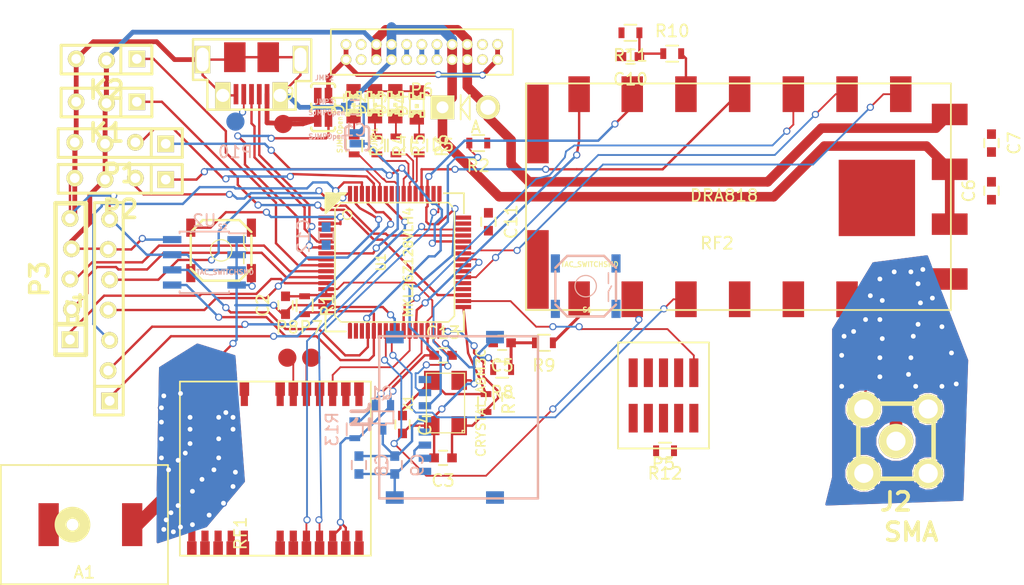
<source format=kicad_pcb>
(kicad_pcb (version 4) (host pcbnew "(after 2015-may-01 BZR unknown)-product")
  (layers (0 F.Cu signal) (31 B.Cu signal) (34 B.Paste user) (35 F.Paste user) (36 B.SilkS user) (37 F.SilkS user) (38 B.Mask user) (39 F.Mask user) (44 Edge.Cuts user))
  (net 0 "")
  (net 1 "Net-(A1-Pad2)")
  (net 2 GND)
  (net 3 "Net-(C1-Pad2)")
  (net 4 "Net-(C3-Pad1)")
  (net 5 "Net-(C4-Pad1)")
  (net 6 /DRAAFIn)
  (net 7 +3.3V)
  (net 8 "Net-(C8-Pad2)")
  (net 9 /DRAAFOut)
  (net 10 "Net-(D1-Pad1)")
  (net 11 "Net-(D2-Pad1)")
  (net 12 "Net-(D3-Pad1)")
  (net 13 "Net-(D4-Pad1)")
  (net 14 /SDSelect)
  (net 15 /internalSPI0MOSI)
  (net 16 /internalSPI0Clk)
  (net 17 /internalSPI0MISO)
  (net 18 "Net-(J2-Pad1)")
  (net 19 "Net-(JMP1-Pad1)")
  (net 20 "Net-(JMP2-Pad1)")
  (net 21 /USBV1)
  (net 22 /USBV2)
  (net 23 /externalPWMOut)
  (net 24 /externalADC1)
  (net 25 /externalUART2TX)
  (net 26 /externalUART2RX)
  (net 27 /externalI2C1SDA)
  (net 28 /externalI2C1SCL)
  (net 29 /externalADC4)
  (net 30 /externalADC3)
  (net 31 /externalADC2)
  (net 32 /externalSPI1PCS0)
  (net 33 /externalSPI1SCK)
  (net 34 /externalSPI1MOSI)
  (net 35 /externalSPI1MISO)
  (net 36 /externalSPI1CS1)
  (net 37 /SWD_DIO)
  (net 38 /SWD_CLK)
  (net 39 /SWD_Reset)
  (net 40 /PWRSDA)
  (net 41 /PwrCLK)
  (net 42 /internalI2C1SDA)
  (net 43 /internalI2C1SCL)
  (net 44 /LED1)
  (net 45 /LED2)
  (net 46 /LED3)
  (net 47 /LED4)
  (net 48 "Net-(R9-Pad1)")
  (net 49 "Net-(R10-Pad2)")
  (net 50 /DRATx)
  (net 51 /DRARx)
  (net 52 /DRAHLCSel)
  (net 53 /DRAPD)
  (net 54 /DRAPttIRQ)
  (net 55 /DRASq)
  (net 56 /USBDP)
  (net 57 /USBDM)
  (net 58 /internalI2C0SCL)
  (net 59 /internalI2C0SDA)
  (net 60 /GPSRX)
  (net 61 /GPSPulse)
  (net 62 /SDPower)
  (net 63 /GPSTX)
  (net 64 "Net-(RF1-Pad14)")
  (net 65 "Net-(RF1-Pad8)")
  (net 66 "Net-(RF1-Pad4)")
  (net 67 "Net-(RF1-Pad2)")
  (net 68 /SW1)
  (net 69 /SW0)
  (net 70 "Net-(P8-Pad1)")
  (net 71 "Net-(P7-Pad1)")
  (net 72 "Net-(P10-Pad1)")
  (module Capacitors_SMD:C_0603 (layer B.Cu) (at 167.65 46)
    (fp_text reference C1 (at 0 1.9) (layer B.SilkS) (effects (justify mirror)))
    (fp_text value C)
    (pad 1 smd rect (at -0.75 0) (size 0.8 0.75) (layers B.Cu B.Paste B.Mask) (net 2 GND))
    (pad 2 smd rect (at 0.75 0) (size 0.8 0.75) (layers B.Cu B.Paste B.Mask) (net 3 "Net-(C1-Pad2)"))
  )
  (module Capacitors_SMD:C_0603 (layer F.Cu) (at 161.85 62.6 90)
    (fp_text reference C2 (at 0 -1.9 90) (layer F.SilkS))
    (fp_text value C)
    (pad 1 smd rect (at -0.75 0 90) (size 0.8 0.75) (layers F.Cu F.Paste F.Mask) (net 2 GND))
    (pad 2 smd rect (at 0.75 0 90) (size 0.8 0.75) (layers F.Cu F.Paste F.Mask) (net 7 +3.3V))
  )
  (module Capacitors_SMD:C_0603 (layer F.Cu) (at 175.05 75.4 180)
    (fp_text reference C3 (at 0 -1.9 180) (layer F.SilkS))
    (fp_text value C)
    (pad 1 smd rect (at -0.75 0 180) (size 0.8 0.75) (layers F.Cu F.Paste F.Mask) (net 4 "Net-(C3-Pad1)"))
    (pad 2 smd rect (at 0.75 0 180) (size 0.8 0.75) (layers F.Cu F.Paste F.Mask) (net 2 GND))
  )
  (module Capacitors_SMD:C_0603 (layer F.Cu) (at 171.65 72.6 270)
    (fp_text reference C4 (at 0 -1.9 270) (layer F.SilkS))
    (fp_text value C)
    (pad 1 smd rect (at -0.75 0 270) (size 0.8 0.75) (layers F.Cu F.Paste F.Mask) (net 5 "Net-(C4-Pad1)"))
    (pad 2 smd rect (at 0.75 0 270) (size 0.8 0.75) (layers F.Cu F.Paste F.Mask) (net 2 GND))
  )
  (module Capacitors_SMD:C_0603 (layer F.Cu) (at 180 65.75 180)
    (fp_text reference C5 (at 0 -1.9 180) (layer F.SilkS))
    (fp_text value C)
    (pad 1 smd rect (at -0.75 0 180) (size 0.8 0.75) (layers F.Cu F.Paste F.Mask) (net 6 /DRAAFIn))
    (pad 2 smd rect (at 0.75 0 180) (size 0.8 0.75) (layers F.Cu F.Paste F.Mask) (net 2 GND))
  )
  (module Capacitors_SMD:C_0603 (layer F.Cu) (at 221 53 90)
    (fp_text reference C6 (at 0 -1.9 90) (layer F.SilkS))
    (fp_text value C)
    (pad 1 smd rect (at -0.75 0 90) (size 0.8 0.75) (layers F.Cu F.Paste F.Mask) (net 7 +3.3V))
    (pad 2 smd rect (at 0.75 0 90) (size 0.8 0.75) (layers F.Cu F.Paste F.Mask) (net 2 GND))
  )
  (module Capacitors_SMD:C_0603 (layer F.Cu) (at 221 49 270)
    (fp_text reference C7 (at 0 -1.9 270) (layer F.SilkS))
    (fp_text value CAPAPOL)
    (pad 1 smd rect (at -0.75 0 270) (size 0.8 0.75) (layers F.Cu F.Paste F.Mask) (net 7 +3.3V))
    (pad 2 smd rect (at 0.75 0 270) (size 0.8 0.75) (layers F.Cu F.Paste F.Mask) (net 2 GND))
  )
  (module Capacitors_SMD:C_0603 (layer B.Cu) (at 168 76 90)
    (fp_text reference C8 (at 0 1.9 90) (layer B.SilkS) (effects (justify mirror)))
    (fp_text value C)
    (pad 1 smd rect (at -0.75 0 90) (size 0.8 0.75) (layers B.Cu B.Paste B.Mask) (net 2 GND))
    (pad 2 smd rect (at 0.75 0 90) (size 0.8 0.75) (layers B.Cu B.Paste B.Mask) (net 8 "Net-(C8-Pad2)"))
  )
  (module Capacitors_SMD:C_0603 (layer B.Cu) (at 171 76 90)
    (fp_text reference C9 (at 0 1.9 90) (layer B.SilkS) (effects (justify mirror)))
    (fp_text value C)
    (pad 1 smd rect (at -0.75 0 90) (size 0.8 0.75) (layers B.Cu B.Paste B.Mask) (net 2 GND))
    (pad 2 smd rect (at 0.75 0 90) (size 0.8 0.75) (layers B.Cu B.Paste B.Mask) (net 8 "Net-(C8-Pad2)"))
  )
  (module Capacitors_SMD:C_0603 (layer F.Cu) (at 190.75 41.75 180)
    (fp_text reference C10 (at 0 -1.9 180) (layer F.SilkS))
    (fp_text value C)
    (pad 1 smd rect (at -0.75 0 180) (size 0.8 0.75) (layers F.Cu F.Paste F.Mask) (net 9 /DRAAFOut))
    (pad 2 smd rect (at 0.75 0 180) (size 0.8 0.75) (layers F.Cu F.Paste F.Mask) (net 2 GND))
  )
  (module LEDs:LED-0805 (layer F.Cu) (at 167.55 45.7 90)
    (fp_text reference D1 (at 0 -1.27 90) (layer F.SilkS))
    (fp_text value LED)
    (pad 2 smd rect (at 1.04902 0 270) (size 1.19888 1.19888) (layers F.Cu F.Paste F.Mask) (net 2 GND))
    (pad 1 smd rect (at -1.04902 0 270) (size 1.19888 1.19888) (layers F.Cu F.Paste F.Mask) (net 10 "Net-(D1-Pad1)"))
  )
  (module LEDs:LED-0805 (layer F.Cu) (at 169.35 45.7 90)
    (fp_text reference D2 (at 0 -1.27 90) (layer F.SilkS))
    (fp_text value LED)
    (pad 2 smd rect (at 1.04902 0 270) (size 1.19888 1.19888) (layers F.Cu F.Paste F.Mask) (net 2 GND))
    (pad 1 smd rect (at -1.04902 0 270) (size 1.19888 1.19888) (layers F.Cu F.Paste F.Mask) (net 11 "Net-(D2-Pad1)"))
  )
  (module LEDs:LED-0805 (layer F.Cu) (at 171.05 45.7 90)
    (fp_text reference D3 (at 0 -1.27 90) (layer F.SilkS))
    (fp_text value LED)
    (pad 2 smd rect (at 1.04902 0 270) (size 1.19888 1.19888) (layers F.Cu F.Paste F.Mask) (net 2 GND))
    (pad 1 smd rect (at -1.04902 0 270) (size 1.19888 1.19888) (layers F.Cu F.Paste F.Mask) (net 12 "Net-(D3-Pad1)"))
  )
  (module LEDs:LED-0805 (layer F.Cu) (at 172.85 45.8 90)
    (fp_text reference D4 (at 0 -1.27 90) (layer F.SilkS))
    (fp_text value LED)
    (pad 2 smd rect (at 1.04902 0 270) (size 1.19888 1.19888) (layers F.Cu F.Paste F.Mask) (net 2 GND))
    (pad 1 smd rect (at -1.04902 0 270) (size 1.19888 1.19888) (layers F.Cu F.Paste F.Mask) (net 13 "Net-(D4-Pad1)"))
  )
  (module Diodes_ThroughHole:Diode_DO-41_SOD81_Vertical_AnodeUp (layer F.Cu) (at 175 46)
    (fp_text reference D5 (at 0 3.175) (layer F.SilkS))
    (fp_text value DIODE)
    (fp_text user A (at 2.794 1.651) (layer F.SilkS))
    (pad 2 thru_hole circle (at 3.81 0) (size 1.99898 1.99898) (drill 1.27) (layers *.Cu *.Mask F.SilkS) (net 7 +3.3V))
    (pad 1 thru_hole rect (at 0 0) (size 1.99898 1.99898) (drill 1.00076) (layers *.Cu *.Mask F.SilkS) (net 2 GND))
  )
  (module Footprints:MICRO_SD_HINGE_AMP (layer B.Cu) (at 183 72 90)
    (fp_text reference J1 (at 0 -14.8 90) (layer B.SilkS) (effects (font (thickness 0.3048)) (justify mirror)))
    (fp_text value MicroSD hide)
    (pad 1 smd rect (at 3.16992 -9.46912 90) (size 0.59944 1.04902) (layers B.Cu B.Paste B.Mask))
    (pad 2 smd rect (at 2.0701 -9.46912 90) (size 0.59944 1.04902) (layers B.Cu B.Paste B.Mask) (net 14 /SDSelect))
    (pad 3 smd rect (at 0.97028 -9.46912 90) (size 0.59944 1.04902) (layers B.Cu B.Paste B.Mask) (net 15 /internalSPI0MOSI))
    (pad 4 smd rect (at -0.12954 -9.46912 90) (size 0.59944 1.04902) (layers B.Cu B.Paste B.Mask) (net 8 "Net-(C8-Pad2)"))
    (pad 5 smd rect (at -1.22936 -9.46912 90) (size 0.59944 1.04902) (layers B.Cu B.Paste B.Mask) (net 16 /internalSPI0Clk))
    (pad 6 smd rect (at -2.32918 -9.46912 90) (size 0.59944 1.04902) (layers B.Cu B.Paste B.Mask) (net 2 GND))
    (pad 7 smd rect (at -3.429 -9.46912 90) (size 0.59944 1.04902) (layers B.Cu B.Paste B.Mask) (net 17 /internalSPI0MISO))
    (pad 8 smd rect (at -4.52882 -9.46912 90) (size 0.59944 1.04902) (layers B.Cu B.Paste B.Mask))
    (pad SHLD smd rect (at 6.72592 -11.99896 90) (size 1.04902 1.50114) (layers B.Cu B.Paste B.Mask) (net 2 GND))
    (pad SHLD smd rect (at -6.72592 -11.99896 90) (size 1.04902 1.50114) (layers B.Cu B.Paste B.Mask) (net 2 GND))
    (pad SHLD smd rect (at 6.72592 -3.59918 90) (size 1.04902 1.50114) (layers B.Cu B.Paste B.Mask) (net 2 GND))
    (pad SHLD smd rect (at -6.72592 -3.59918 90) (size 1.04902 1.50114) (layers B.Cu B.Paste B.Mask) (net 2 GND))
  )
  (module SparkFun:SparkFun-SJ_2S-NO (layer B.Cu) (at 167.85 48.6 90)
    (fp_text reference JMP1 (at 0.10668 1.4732 90) (layer F.SilkS) (effects (font (size 0.4064 0.4064) (thickness 0.0889))))
    (fp_text value SJMPOpen (at 0.30988 -1.4478 90) (layer F.SilkS) (effects (font (size 0.4064 0.4064) (thickness 0.0889))))
    (pad 1 smd rect (at -0.44958 0 90) (size 0.635 1.27) (layers B.Cu B.Paste B.Mask) (net 19 "Net-(JMP1-Pad1)"))
    (pad 2 smd rect (at 0.44958 0 90) (size 0.635 1.27) (layers B.Cu B.Paste B.Mask) (net 3 "Net-(C1-Pad2)"))
  )
  (module SparkFun:SparkFun-SJ_2S-NO (layer F.Cu) (at 165 45)
    (fp_text reference JMP2 (at 0.10668 -1.4732) (layer B.SilkS) (effects (font (size 0.4064 0.4064) (thickness 0.0889))))
    (fp_text value SJMPOpen (at 0.30988 1.4478) (layer B.SilkS) (effects (font (size 0.4064 0.4064) (thickness 0.0889))))
    (pad 1 smd rect (at -0.44958 0) (size 0.635 1.27) (layers F.Cu F.Paste F.Mask) (net 20 "Net-(JMP2-Pad1)"))
    (pad 2 smd rect (at 0.44958 0) (size 0.635 1.27) (layers F.Cu F.Paste F.Mask) (net 21 /USBV1))
  )
  (module SparkFun:SparkFun-SJ_2S-NO (layer F.Cu) (at 165 47)
    (fp_text reference JMP3 (at 0.10668 -1.4732) (layer B.SilkS) (effects (font (size 0.4064 0.4064) (thickness 0.0889))))
    (fp_text value SJMPOpen (at 0.30988 1.4478) (layer B.SilkS) (effects (font (size 0.4064 0.4064) (thickness 0.0889))))
    (pad 1 smd rect (at -0.44958 0) (size 0.635 1.27) (layers F.Cu F.Paste F.Mask) (net 20 "Net-(JMP2-Pad1)"))
    (pad 2 smd rect (at 0.44958 0) (size 0.635 1.27) (layers F.Cu F.Paste F.Mask) (net 22 /USBV2))
  )
  (module Footprints:CONN_1x3 (layer F.Cu) (at 146.85 45.6)
    (fp_text reference K1 (at 0 2.54) (layer F.SilkS) (effects (font (thickness 0.3048))))
    (fp_text value PWMOut hide)
    (pad 1 thru_hole rect (at 2.54 -0.06096) (size 1.397 1.397) (drill 0.8128) (layers *.Cu *.Mask F.SilkS) (net 23 /externalPWMOut))
    (pad 2 thru_hole circle (at 0 0.06096) (size 1.397 1.397) (drill 0.8128) (layers *.Cu *.Mask F.SilkS) (net 7 +3.3V))
    (pad 3 thru_hole circle (at -2.54 -0.06096) (size 1.397 1.397) (drill 0.8128) (layers *.Cu *.Mask F.SilkS) (net 2 GND))
  )
  (module Footprints:CONN_1x3 (layer F.Cu) (at 146.85 42)
    (fp_text reference K2 (at 0 2.54) (layer F.SilkS) (effects (font (thickness 0.3048))))
    (fp_text value ADC1 hide)
    (pad 1 thru_hole rect (at 2.54 -0.06096) (size 1.397 1.397) (drill 0.8128) (layers *.Cu *.Mask F.SilkS) (net 24 /externalADC1))
    (pad 2 thru_hole circle (at 0 0.06096) (size 1.397 1.397) (drill 0.8128) (layers *.Cu *.Mask F.SilkS) (net 7 +3.3V))
    (pad 3 thru_hole circle (at -2.54 -0.06096) (size 1.397 1.397) (drill 0.8128) (layers *.Cu *.Mask F.SilkS) (net 2 GND))
  )
  (module Footprints:CONN_1x4 (layer F.Cu) (at 148 49)
    (fp_text reference P1 (at 0 2.54) (layer F.SilkS) (effects (font (thickness 0.3048))))
    (fp_text value UART hide)
    (pad 2 thru_hole circle (at 1.27 -0.06096) (size 1.397 1.397) (drill 0.8128) (layers *.Cu *.Mask F.SilkS) (net 25 /externalUART2TX))
    (pad 3 thru_hole circle (at -1.27 0.06096) (size 1.397 1.397) (drill 0.8128) (layers *.Cu *.Mask F.SilkS) (net 7 +3.3V))
    (pad 1 thru_hole rect (at 3.81 0.06096) (size 1.397 1.397) (drill 0.8128) (layers *.Cu *.Mask F.SilkS) (net 26 /externalUART2RX))
    (pad 4 thru_hole circle (at -3.81 -0.06096) (size 1.397 1.397) (drill 0.8128) (layers *.Cu *.Mask F.SilkS) (net 2 GND))
  )
  (module Footprints:CONN_1x4 (layer F.Cu) (at 148 52)
    (fp_text reference P2 (at 0 2.54) (layer F.SilkS) (effects (font (thickness 0.3048))))
    (fp_text value I2C hide)
    (pad 2 thru_hole circle (at 1.27 -0.06096) (size 1.397 1.397) (drill 0.8128) (layers *.Cu *.Mask F.SilkS) (net 27 /externalI2C1SDA))
    (pad 3 thru_hole circle (at -1.27 0.06096) (size 1.397 1.397) (drill 0.8128) (layers *.Cu *.Mask F.SilkS) (net 7 +3.3V))
    (pad 1 thru_hole rect (at 3.81 0.06096) (size 1.397 1.397) (drill 0.8128) (layers *.Cu *.Mask F.SilkS) (net 28 /externalI2C1SCL))
    (pad 4 thru_hole circle (at -3.81 -0.06096) (size 1.397 1.397) (drill 0.8128) (layers *.Cu *.Mask F.SilkS) (net 2 GND))
  )
  (module Footprints:CONN_1x5 (layer F.Cu) (at 143.85 60.4 270)
    (fp_text reference P3 (at 0 2.6 270) (layer F.SilkS) (effects (font (thickness 0.3048))))
    (fp_text value ADC2 hide)
    (pad 1 thru_hole rect (at 5.08 0.06096 270) (size 1.397 1.397) (drill 0.8128) (layers *.Cu *.Mask F.SilkS) (net 29 /externalADC4))
    (pad 2 thru_hole circle (at 2.54 -0.06096 270) (size 1.397 1.397) (drill 0.8128) (layers *.Cu *.Mask F.SilkS) (net 30 /externalADC3))
    (pad 3 thru_hole circle (at 0 0.06096 270) (size 1.397 1.397) (drill 0.8128) (layers *.Cu *.Mask F.SilkS) (net 31 /externalADC2))
    (pad 4 thru_hole circle (at -2.54 -0.06096 270) (size 1.397 1.397) (drill 0.8128) (layers *.Cu *.Mask F.SilkS) (net 7 +3.3V))
    (pad 5 thru_hole circle (at -5.08 0.06096 270) (size 1.397 1.397) (drill 0.8128) (layers *.Cu *.Mask F.SilkS) (net 2 GND))
  )
  (module Footprints:CONN_1x7 (layer F.Cu) (at 147.05 63 270)
    (fp_text reference P4 (at 0 2.6 270) (layer F.SilkS) (effects (font (thickness 0.3048))))
    (fp_text value CONN_7 hide)
    (pad 2 thru_hole circle (at 5.08 0.06096 270) (size 1.397 1.397) (drill 0.8128) (layers *.Cu *.Mask F.SilkS) (net 32 /externalSPI1PCS0))
    (pad 3 thru_hole circle (at 2.54 -0.06096 270) (size 1.397 1.397) (drill 0.8128) (layers *.Cu *.Mask F.SilkS) (net 33 /externalSPI1SCK))
    (pad 4 thru_hole circle (at 0 0.06096 270) (size 1.397 1.397) (drill 0.8128) (layers *.Cu *.Mask F.SilkS) (net 34 /externalSPI1MOSI))
    (pad 5 thru_hole circle (at -2.54 -0.06096 270) (size 1.397 1.397) (drill 0.8128) (layers *.Cu *.Mask F.SilkS) (net 35 /externalSPI1MISO))
    (pad 6 thru_hole circle (at -5.08 0.06096 270) (size 1.397 1.397) (drill 0.8128) (layers *.Cu *.Mask F.SilkS) (net 7 +3.3V))
    (pad 1 thru_hole rect (at 7.62 -0.06096 270) (size 1.397 1.397) (drill 0.8128) (layers *.Cu *.Mask F.SilkS) (net 36 /externalSPI1CS1))
    (pad 7 thru_hole circle (at -7.62 -0.06096 270) (size 1.397 1.397) (drill 0.8128) (layers *.Cu *.Mask F.SilkS) (net 2 GND))
  )
  (module hardwareRev1:CortexDebug (layer F.Cu) (at 192.25 70.8)
    (fp_text reference P5 (at 1.27 5.08) (layer F.SilkS))
    (fp_text value CONN_5X2)
    (pad 1 smd rect (at -1.27 1.27) (size 0.76 2.4) (layers F.Cu F.Paste F.Mask) (net 7 +3.3V))
    (pad 2 smd rect (at -1.27 -2.54) (size 0.76 2.4) (layers F.Cu F.Paste F.Mask) (net 37 /SWD_DIO))
    (pad 3 smd rect (at 0 1.27) (size 0.76 2.4) (layers F.Cu F.Paste F.Mask) (net 2 GND))
    (pad 4 smd rect (at 0 -2.54) (size 0.76 2.4) (layers F.Cu F.Paste F.Mask) (net 38 /SWD_CLK))
    (pad 5 smd rect (at 1.27 1.27) (size 0.76 2.4) (layers F.Cu F.Paste F.Mask) (net 2 GND))
    (pad 6 smd rect (at 1.27 -2.54) (size 0.76 2.4) (layers F.Cu F.Paste F.Mask))
    (pad 7 smd rect (at 2.54 1.27) (size 0.76 2.4) (layers F.Cu F.Paste F.Mask))
    (pad 8 smd rect (at 2.54 -2.54) (size 0.76 2.4) (layers F.Cu F.Paste F.Mask))
    (pad 9 smd rect (at 3.81 1.27) (size 0.76 2.4) (layers F.Cu F.Paste F.Mask))
    (pad 10 smd rect (at 3.81 -2.54) (size 0.76 2.4) (layers F.Cu F.Paste F.Mask) (net 39 /SWD_Reset))
  )
  (module hardwareRev1:1.27mmPitchHeader11X2 (layer F.Cu) (at 172 42 270)
    (fp_text reference P6 (at 2.54 -1.27 360) (layer F.SilkS))
    (fp_text value CONN_11X2)
    (pad 21 thru_hole circle (at -1.27 5.08 270) (size 0.9 0.9) (drill 0.6) (layers *.Cu *.Mask F.SilkS) (net 21 /USBV1))
    (pad 19 thru_hole circle (at -1.27 3.81 270) (size 0.9 0.9) (drill 0.6) (layers *.Cu *.Mask F.SilkS))
    (pad 17 thru_hole circle (at -1.27 2.54 270) (size 0.9 0.9) (drill 0.6) (layers *.Cu *.Mask F.SilkS) (net 7 +3.3V))
    (pad 15 thru_hole circle (at -1.27 1.27 270) (size 0.9 0.9) (drill 0.6) (layers *.Cu *.Mask F.SilkS) (net 2 GND))
    (pad 13 thru_hole circle (at -1.27 0 270) (size 0.9 0.9) (drill 0.6) (layers *.Cu *.Mask F.SilkS) (net 40 /PWRSDA))
    (pad 11 thru_hole circle (at -1.27 -1.27 270) (size 0.9 0.9) (drill 0.6) (layers *.Cu *.Mask F.SilkS) (net 41 /PwrCLK))
    (pad 9 thru_hole circle (at -1.27 -2.54 270) (size 0.9 0.9) (drill 0.6) (layers *.Cu *.Mask F.SilkS) (net 40 /PWRSDA))
    (pad 7 thru_hole circle (at -1.27 -3.81 270) (size 0.9 0.9) (drill 0.6) (layers *.Cu *.Mask F.SilkS) (net 2 GND))
    (pad 5 thru_hole circle (at -1.27 -5.08 270) (size 0.9 0.9) (drill 0.6) (layers *.Cu *.Mask F.SilkS) (net 7 +3.3V))
    (pad 3 thru_hole circle (at -1.27 -6.35 270) (size 0.9 0.9) (drill 0.6) (layers *.Cu *.Mask F.SilkS))
    (pad 1 thru_hole circle (at -1.27 -7.62 270) (size 0.9 0.9) (drill 0.6) (layers *.Cu *.Mask F.SilkS) (net 21 /USBV1))
    (pad 2 thru_hole circle (at 0 -7.62 270) (size 0.9 0.9) (drill 0.6) (layers *.Cu *.Mask F.SilkS) (net 21 /USBV1))
    (pad 4 thru_hole circle (at 0 -6.35 270) (size 0.9 0.9) (drill 0.6) (layers *.Cu *.Mask F.SilkS))
    (pad 6 thru_hole circle (at 0 -5.08 270) (size 0.9 0.9) (drill 0.6) (layers *.Cu *.Mask F.SilkS) (net 7 +3.3V))
    (pad 8 thru_hole circle (at 0 -3.81 270) (size 0.9 0.9) (drill 0.6) (layers *.Cu *.Mask F.SilkS) (net 2 GND))
    (pad 10 thru_hole circle (at 0 -2.54 270) (size 0.9 0.9) (drill 0.6) (layers *.Cu *.Mask F.SilkS) (net 40 /PWRSDA))
    (pad 12 thru_hole circle (at 0 -1.27 270) (size 0.9 0.9) (drill 0.6) (layers *.Cu *.Mask F.SilkS) (net 41 /PwrCLK))
    (pad 14 thru_hole circle (at 0 0 270) (size 0.9 0.9) (drill 0.6) (layers *.Cu *.Mask F.SilkS) (net 40 /PWRSDA))
    (pad 16 thru_hole circle (at 0 1.27 270) (size 0.9 0.9) (drill 0.6) (layers *.Cu *.Mask F.SilkS) (net 2 GND))
    (pad 18 thru_hole circle (at 0 2.54 270) (size 0.9 0.9) (drill 0.6) (layers *.Cu *.Mask F.SilkS) (net 7 +3.3V))
    (pad 20 thru_hole circle (at 0 3.81 270) (size 0.9 0.9) (drill 0.6) (layers *.Cu *.Mask F.SilkS))
    (pad 22 thru_hole circle (at 0 5.08 270) (size 0.9 0.9) (drill 0.6) (layers *.Cu *.Mask F.SilkS) (net 21 /USBV1))
  )
  (module Resistors_SMD:R_0603 (layer F.Cu) (at 163.45 62.6 270)
    (fp_text reference R1 (at 0 -1.9 270) (layer F.SilkS))
    (fp_text value R)
    (pad 1 smd rect (at -0.75 0 270) (size 0.5 0.9) (layers F.Cu F.Paste F.Mask) (net 7 +3.3V))
    (pad 2 smd rect (at 0.75 0 270) (size 0.5 0.9) (layers F.Cu F.Paste F.Mask) (net 59 /internalI2C0SDA))
  )
  (module Resistors_SMD:R_0603 (layer F.Cu) (at 178 49 180)
    (fp_text reference R2 (at 0 -1.9 180) (layer F.SilkS))
    (fp_text value R)
    (pad 1 smd rect (at -0.75 0 180) (size 0.5 0.9) (layers F.Cu F.Paste F.Mask) (net 7 +3.3V))
    (pad 2 smd rect (at 0.75 0 180) (size 0.5 0.9) (layers F.Cu F.Paste F.Mask) (net 58 /internalI2C0SCL))
  )
  (module Resistors_SMD:R_0603 (layer F.Cu) (at 167.6 49.2 270)
    (fp_text reference R3 (at 0 -1.9 270) (layer F.SilkS))
    (fp_text value R)
    (pad 1 smd rect (at -0.75 0 270) (size 0.5 0.9) (layers F.Cu F.Paste F.Mask) (net 10 "Net-(D1-Pad1)"))
    (pad 2 smd rect (at 0.75 0 270) (size 0.5 0.9) (layers F.Cu F.Paste F.Mask) (net 44 /LED1))
  )
  (module Resistors_SMD:R_0603 (layer F.Cu) (at 169.5 49.2 270)
    (fp_text reference R4 (at 0 -1.9 270) (layer F.SilkS))
    (fp_text value R)
    (pad 1 smd rect (at -0.75 0 270) (size 0.5 0.9) (layers F.Cu F.Paste F.Mask) (net 11 "Net-(D2-Pad1)"))
    (pad 2 smd rect (at 0.75 0 270) (size 0.5 0.9) (layers F.Cu F.Paste F.Mask) (net 45 /LED2))
  )
  (module Resistors_SMD:R_0603 (layer F.Cu) (at 171.1 49.2 270)
    (fp_text reference R5 (at 0 -1.9 270) (layer F.SilkS))
    (fp_text value R)
    (pad 1 smd rect (at -0.75 0 270) (size 0.5 0.9) (layers F.Cu F.Paste F.Mask) (net 12 "Net-(D3-Pad1)"))
    (pad 2 smd rect (at 0.75 0 270) (size 0.5 0.9) (layers F.Cu F.Paste F.Mask) (net 46 /LED3))
  )
  (module Resistors_SMD:R_0603 (layer F.Cu) (at 173.05 49.2 270)
    (fp_text reference R6 (at 0 -1.9 270) (layer F.SilkS))
    (fp_text value R)
    (pad 1 smd rect (at -0.75 0 270) (size 0.5 0.9) (layers F.Cu F.Paste F.Mask) (net 13 "Net-(D4-Pad1)"))
    (pad 2 smd rect (at 0.75 0 270) (size 0.5 0.9) (layers F.Cu F.Paste F.Mask) (net 47 /LED4))
  )
  (module Resistors_SMD:R_0603 (layer F.Cu) (at 178.65 70.8 270)
    (fp_text reference R7 (at 0 -1.9 270) (layer F.SilkS))
    (fp_text value R)
    (pad 1 smd rect (at -0.75 0 270) (size 0.5 0.9) (layers F.Cu F.Paste F.Mask) (net 5 "Net-(C4-Pad1)"))
    (pad 2 smd rect (at 0.75 0 270) (size 0.5 0.9) (layers F.Cu F.Paste F.Mask) (net 4 "Net-(C3-Pad1)"))
  )
  (module Resistors_SMD:R_0603 (layer F.Cu) (at 180 68 180)
    (fp_text reference R8 (at 0 -1.9 180) (layer F.SilkS))
    (fp_text value R)
    (pad 1 smd rect (at -0.75 0 180) (size 0.5 0.9) (layers F.Cu F.Paste F.Mask) (net 6 /DRAAFIn))
    (pad 2 smd rect (at 0.75 0 180) (size 0.5 0.9) (layers F.Cu F.Paste F.Mask) (net 2 GND))
  )
  (module Resistors_SMD:R_0603 (layer F.Cu) (at 183.5 65.75 180)
    (fp_text reference R9 (at 0 -1.9 180) (layer F.SilkS))
    (fp_text value R)
    (pad 1 smd rect (at -0.75 0 180) (size 0.5 0.9) (layers F.Cu F.Paste F.Mask) (net 48 "Net-(R9-Pad1)"))
    (pad 2 smd rect (at 0.75 0 180) (size 0.5 0.9) (layers F.Cu F.Paste F.Mask) (net 6 /DRAAFIn))
  )
  (module Resistors_SMD:R_0603 (layer F.Cu) (at 194.25 41.5)
    (fp_text reference R10 (at 0 -1.9) (layer F.SilkS))
    (fp_text value R)
    (pad 1 smd rect (at -0.75 0) (size 0.5 0.9) (layers F.Cu F.Paste F.Mask) (net 9 /DRAAFOut))
    (pad 2 smd rect (at 0.75 0) (size 0.5 0.9) (layers F.Cu F.Paste F.Mask) (net 49 "Net-(R10-Pad2)"))
  )
  (module Resistors_SMD:R_0603 (layer F.Cu) (at 190.75 39.75 180)
    (fp_text reference R11 (at 0 -1.9 180) (layer F.SilkS))
    (fp_text value R)
    (pad 1 smd rect (at -0.75 0 180) (size 0.5 0.9) (layers F.Cu F.Paste F.Mask) (net 9 /DRAAFOut))
    (pad 2 smd rect (at 0.75 0 180) (size 0.5 0.9) (layers F.Cu F.Paste F.Mask) (net 2 GND))
  )
  (module dra818:DRA818 (layer F.Cu) (at 182 63)
    (fp_text reference RF2 (at 16 -5.6) (layer F.SilkS))
    (fp_text value DRA818 (at 16.6 -9.6) (layer F.SilkS))
    (pad P3 smd rect (at 1 -3.4) (size 1.8 6.6) (layers F.Cu F.Paste F.Mask))
    (pad 18 smd rect (at 4.45 -0.9) (size 1.8 3) (layers F.Cu F.Paste F.Mask) (net 48 "Net-(R9-Pad1)"))
    (pad 17 smd rect (at 8.9 -0.9) (size 1.8 3) (layers F.Cu F.Paste F.Mask) (net 50 /DRATx))
    (pad 16 smd rect (at 13.4 -0.9) (size 1.8 3) (layers F.Cu F.Paste F.Mask) (net 51 /DRARx))
    (pad 15 smd rect (at 17.9 -0.9) (size 1.8 3) (layers F.Cu F.Paste F.Mask))
    (pad 14 smd rect (at 22.4 -0.9) (size 1.8 3) (layers F.Cu F.Paste F.Mask))
    (pad 13 smd rect (at 26.9 -0.9) (size 1.8 3) (layers F.Cu F.Paste F.Mask))
    (pad 12 smd rect (at 31.4 -0.9) (size 1.8 3) (layers F.Cu F.Paste F.Mask) (net 18 "Net-(J2-Pad1)"))
    (pad 11 smd rect (at 35.5 -2.6) (size 3 1.8) (layers F.Cu F.Paste F.Mask) (net 16 /internalSPI0Clk))
    (pad 9 smd rect (at 35.5 -11.8) (size 3 1.8) (layers F.Cu F.Paste F.Mask) (net 2 GND))
    (pad 10 smd rect (at 35.5 -7.2) (size 3 1.8) (layers F.Cu F.Paste F.Mask) (net 2 GND))
    (pad 8 smd rect (at 35.5 -16.4) (size 3 1.8) (layers F.Cu F.Paste F.Mask) (net 7 +3.3V))
    (pad 7 smd rect (at 31.4 -18.1) (size 1.8 3) (layers F.Cu F.Paste F.Mask) (net 52 /DRAHLCSel))
    (pad 6 smd rect (at 26.9 -18.1) (size 1.8 3) (layers F.Cu F.Paste F.Mask) (net 53 /DRAPD))
    (pad 5 smd rect (at 22.4 -18.1) (size 1.8 3) (layers F.Cu F.Paste F.Mask) (net 54 /DRAPttIRQ))
    (pad 4 smd rect (at 17.9 -18.1) (size 1.8 3) (layers F.Cu F.Paste F.Mask) (net 17 /internalSPI0MISO))
    (pad 3 smd rect (at 13.4 -18.1) (size 1.8 3) (layers F.Cu F.Paste F.Mask) (net 49 "Net-(R10-Pad2)"))
    (pad 2 smd rect (at 8.9 -18.1) (size 1.8 3) (layers F.Cu F.Paste F.Mask) (net 15 /internalSPI0MOSI))
    (pad 1 smd rect (at 4.45 -18.1) (size 1.8 3) (layers F.Cu F.Paste F.Mask) (net 55 /DRASq))
    (pad P2 smd rect (at 1 -15.6) (size 1.8 6.6) (layers F.Cu F.Paste F.Mask))
    (pad P1 smd rect (at 29.4 -9.4) (size 6.4 6.4) (layers F.Cu F.Paste F.Mask))
  )
  (module w_smd_lqfp:lqfp64 (layer F.Cu) (at 171 59 270)
    (fp_text reference U1 (at 0 1.143 270) (layer F.SilkS) (effects (font (size 0.7493 0.7493) (thickness 0.14986))))
    (fp_text value MKL26Z128VLH4 (at 0 -1.143 270) (layer F.SilkS) (effects (font (size 0.7493 0.7493) (thickness 0.14986))))
    (pad 4 smd rect (at -2.25044 5.75056 270) (size 0.35052 1.30048) (layers F.Cu F.Paste F.Mask) (net 2 GND))
    (pad 5 smd rect (at -1.75006 5.75056 270) (size 0.35052 1.30048) (layers F.Cu F.Paste F.Mask) (net 56 /USBDP))
    (pad 6 smd rect (at -1.24968 5.75056 270) (size 0.35052 1.30048) (layers F.Cu F.Paste F.Mask) (net 57 /USBDM))
    (pad 7 smd rect (at -0.7493 5.75056 270) (size 0.35052 1.30048) (layers F.Cu F.Paste F.Mask) (net 19 "Net-(JMP1-Pad1)"))
    (pad 8 smd rect (at -0.24892 5.75056 270) (size 0.35052 1.30048) (layers F.Cu F.Paste F.Mask) (net 22 /USBV2))
    (pad 1 smd rect (at -3.74904 5.75056 270) (size 0.35052 1.30048) (layers F.Cu F.Paste F.Mask))
    (pad 2 smd rect (at -3.2512 5.75056 270) (size 0.35052 1.30048) (layers F.Cu F.Paste F.Mask) (net 69 /SW0))
    (pad 3 smd rect (at -2.75082 5.75056 270) (size 0.35052 1.30048) (layers F.Cu F.Paste F.Mask) (net 7 +3.3V))
    (pad 17 smd rect (at 5.75056 3.74904 270) (size 1.30048 0.35052) (layers F.Cu F.Paste F.Mask) (net 9 /DRAAFOut))
    (pad 18 smd rect (at 5.75056 3.2512 270) (size 1.30048 0.35052) (layers F.Cu F.Paste F.Mask) (net 6 /DRAAFIn))
    (pad 19 smd rect (at 5.75056 2.75082 270) (size 1.30048 0.35052) (layers F.Cu F.Paste F.Mask) (net 68 /SW1))
    (pad 20 smd rect (at 5.75056 2.25044 270) (size 1.30048 0.35052) (layers F.Cu F.Paste F.Mask) (net 58 /internalI2C0SCL))
    (pad 21 smd rect (at 5.75056 1.75006 270) (size 1.30048 0.35052) (layers F.Cu F.Paste F.Mask) (net 59 /internalI2C0SDA))
    (pad 22 smd rect (at 5.75056 1.24968 270) (size 1.30048 0.35052) (layers F.Cu F.Paste F.Mask) (net 38 /SWD_CLK))
    (pad 23 smd rect (at 5.75056 0.7493 270) (size 1.30048 0.35052) (layers F.Cu F.Paste F.Mask) (net 50 /DRATx))
    (pad 24 smd rect (at 5.75056 0.24892 270) (size 1.30048 0.35052) (layers F.Cu F.Paste F.Mask) (net 51 /DRARx))
    (pad 33 smd rect (at 3.74904 -5.75056 270) (size 0.35052 1.30048) (layers F.Cu F.Paste F.Mask) (net 5 "Net-(C4-Pad1)"))
    (pad 34 smd rect (at 3.2512 -5.75056 270) (size 0.35052 1.30048) (layers F.Cu F.Paste F.Mask) (net 39 /SWD_Reset))
    (pad 35 smd rect (at 2.75082 -5.75056 270) (size 0.35052 1.30048) (layers F.Cu F.Paste F.Mask) (net 23 /externalPWMOut))
    (pad 36 smd rect (at 2.25044 -5.75056 270) (size 0.35052 1.30048) (layers F.Cu F.Paste F.Mask))
    (pad 37 smd rect (at 1.75006 -5.75056 270) (size 0.35052 1.30048) (layers F.Cu F.Paste F.Mask))
    (pad 38 smd rect (at 1.24968 -5.75056 270) (size 0.35052 1.30048) (layers F.Cu F.Paste F.Mask) (net 53 /DRAPD))
    (pad 39 smd rect (at 0.7493 -5.75056 270) (size 0.35052 1.30048) (layers F.Cu F.Paste F.Mask))
    (pad 40 smd rect (at 0.24892 -5.75056 270) (size 0.35052 1.30048) (layers F.Cu F.Paste F.Mask))
    (pad 49 smd rect (at -5.75056 -3.74904 270) (size 1.30048 0.35052) (layers F.Cu F.Paste F.Mask) (net 60 /GPSRX))
    (pad 50 smd rect (at -5.75056 -3.2512 270) (size 1.30048 0.35052) (layers F.Cu F.Paste F.Mask) (net 16 /internalSPI0Clk))
    (pad 51 smd rect (at -5.75056 -2.75082 270) (size 1.30048 0.35052) (layers F.Cu F.Paste F.Mask) (net 15 /internalSPI0MOSI))
    (pad 52 smd rect (at -5.75056 -2.25044 270) (size 1.30048 0.35052) (layers F.Cu F.Paste F.Mask) (net 17 /internalSPI0MISO))
    (pad 53 smd rect (at -5.75056 -1.75006 270) (size 1.30048 0.35052) (layers F.Cu F.Paste F.Mask) (net 47 /LED4))
    (pad 54 smd rect (at -5.75056 -1.24968 270) (size 1.30048 0.35052) (layers F.Cu F.Paste F.Mask) (net 46 /LED3))
    (pad 55 smd rect (at -5.75056 -0.7493 270) (size 1.30048 0.35052) (layers F.Cu F.Paste F.Mask) (net 45 /LED2))
    (pad 56 smd rect (at -5.75056 -0.24892 270) (size 1.30048 0.35052) (layers F.Cu F.Paste F.Mask) (net 44 /LED1))
    (pad 9 smd rect (at 0.24892 5.75056 270) (size 0.35052 1.30048) (layers F.Cu F.Paste F.Mask) (net 24 /externalADC1))
    (pad 10 smd rect (at 0.7493 5.75056 270) (size 0.35052 1.30048) (layers F.Cu F.Paste F.Mask) (net 31 /externalADC2))
    (pad 11 smd rect (at 1.24968 5.75056 270) (size 0.35052 1.30048) (layers F.Cu F.Paste F.Mask) (net 30 /externalADC3))
    (pad 25 smd rect (at 5.75056 -0.24892 270) (size 1.30048 0.35052) (layers F.Cu F.Paste F.Mask) (net 37 /SWD_DIO))
    (pad 26 smd rect (at 5.75056 -0.7493 270) (size 1.30048 0.35052) (layers F.Cu F.Paste F.Mask) (net 54 /DRAPttIRQ))
    (pad 27 smd rect (at 5.75056 -1.24968 270) (size 1.30048 0.35052) (layers F.Cu F.Paste F.Mask) (net 61 /GPSPulse))
    (pad 41 smd rect (at -0.24892 -5.75056 270) (size 0.35052 1.30048) (layers F.Cu F.Paste F.Mask) (net 14 /SDSelect))
    (pad 42 smd rect (at -0.7493 -5.75056 270) (size 0.35052 1.30048) (layers F.Cu F.Paste F.Mask) (net 52 /DRAHLCSel))
    (pad 43 smd rect (at -1.24968 -5.75056 270) (size 0.35052 1.30048) (layers F.Cu F.Paste F.Mask))
    (pad 57 smd rect (at -5.75056 0.24892 270) (size 1.30048 0.35052) (layers F.Cu F.Paste F.Mask))
    (pad 58 smd rect (at -5.75056 0.7493 270) (size 1.30048 0.35052) (layers F.Cu F.Paste F.Mask) (net 36 /externalSPI1CS1))
    (pad 59 smd rect (at -5.75056 1.24968 270) (size 1.30048 0.35052) (layers F.Cu F.Paste F.Mask) (net 26 /externalUART2RX))
    (pad 12 smd rect (at 1.75006 5.75056 270) (size 0.35052 1.30048) (layers F.Cu F.Paste F.Mask) (net 29 /externalADC4))
    (pad 13 smd rect (at 2.25044 5.75056 270) (size 0.35052 1.30048) (layers F.Cu F.Paste F.Mask) (net 7 +3.3V))
    (pad 14 smd rect (at 2.75082 5.75056 270) (size 0.35052 1.30048) (layers F.Cu F.Paste F.Mask) (net 7 +3.3V))
    (pad 15 smd rect (at 3.2512 5.75056 270) (size 0.35052 1.30048) (layers F.Cu F.Paste F.Mask) (net 2 GND))
    (pad 16 smd rect (at 3.74904 5.75056 270) (size 0.35052 1.30048) (layers F.Cu F.Paste F.Mask) (net 2 GND))
    (pad 28 smd rect (at 5.75056 -1.75006 270) (size 1.30048 0.35052) (layers F.Cu F.Paste F.Mask) (net 55 /DRASq))
    (pad 29 smd rect (at 5.75056 -2.25044 270) (size 1.30048 0.35052) (layers F.Cu F.Paste F.Mask) (net 62 /SDPower))
    (pad 30 smd rect (at 5.75056 -2.75082 270) (size 1.30048 0.35052) (layers F.Cu F.Paste F.Mask) (net 7 +3.3V))
    (pad 31 smd rect (at 5.75056 -3.2512 270) (size 1.30048 0.35052) (layers F.Cu F.Paste F.Mask) (net 2 GND))
    (pad 32 smd rect (at 5.75056 -3.74904 270) (size 1.30048 0.35052) (layers F.Cu F.Paste F.Mask) (net 4 "Net-(C3-Pad1)"))
    (pad 44 smd rect (at -1.75006 -5.75056 270) (size 0.35052 1.30048) (layers F.Cu F.Paste F.Mask) (net 28 /externalI2C1SCL))
    (pad 45 smd rect (at -2.25044 -5.75056 270) (size 0.35052 1.30048) (layers F.Cu F.Paste F.Mask) (net 27 /externalI2C1SDA))
    (pad 46 smd rect (at -2.75082 -5.75056 270) (size 0.35052 1.30048) (layers F.Cu F.Paste F.Mask) (net 63 /GPSTX))
    (pad 47 smd rect (at -3.2512 -5.75056 270) (size 0.35052 1.30048) (layers F.Cu F.Paste F.Mask) (net 2 GND))
    (pad 48 smd rect (at -3.74904 -5.75056 270) (size 0.35052 1.30048) (layers F.Cu F.Paste F.Mask) (net 7 +3.3V))
    (pad 60 smd rect (at -5.75056 1.75006 270) (size 1.30048 0.35052) (layers F.Cu F.Paste F.Mask) (net 25 /externalUART2TX))
    (pad 61 smd rect (at -5.75056 2.25044 270) (size 1.30048 0.35052) (layers F.Cu F.Paste F.Mask) (net 32 /externalSPI1PCS0))
    (pad 62 smd rect (at -5.75056 2.75082 270) (size 1.30048 0.35052) (layers F.Cu F.Paste F.Mask) (net 33 /externalSPI1SCK))
    (pad 63 smd rect (at -5.75056 3.2512 270) (size 1.30048 0.35052) (layers F.Cu F.Paste F.Mask) (net 34 /externalSPI1MOSI))
    (pad 64 smd rect (at -5.75056 3.74904 270) (size 1.30048 0.35052) (layers F.Cu F.Paste F.Mask) (net 35 /externalSPI1MISO))
  )
  (module Housings_SOIC:SOIC-8_3.9x4.9mm_Pitch1.27mm (layer B.Cu) (at 155.05 59 180)
    (fp_text reference U2 (at 0 3.5 180) (layer B.SilkS) (effects (justify mirror)))
    (fp_text value 24C16)
    (pad 1 smd rect (at -2.7 1.905 180) (size 1.55 0.6) (layers B.Cu B.Paste B.Mask) (net 2 GND))
    (pad 2 smd rect (at -2.7 0.635 180) (size 1.55 0.6) (layers B.Cu B.Paste B.Mask) (net 2 GND))
    (pad 3 smd rect (at -2.7 -0.635 180) (size 1.55 0.6) (layers B.Cu B.Paste B.Mask) (net 2 GND))
    (pad 4 smd rect (at -2.7 -1.905 180) (size 1.55 0.6) (layers B.Cu B.Paste B.Mask) (net 2 GND))
    (pad 5 smd rect (at 2.7 -1.905 180) (size 1.55 0.6) (layers B.Cu B.Paste B.Mask) (net 59 /internalI2C0SDA))
    (pad 6 smd rect (at 2.7 -0.635 180) (size 1.55 0.6) (layers B.Cu B.Paste B.Mask) (net 58 /internalI2C0SCL))
    (pad 7 smd rect (at 2.7 0.635 180) (size 1.55 0.6) (layers B.Cu B.Paste B.Mask) (net 2 GND))
    (pad 8 smd rect (at 2.7 1.905 180) (size 1.55 0.6) (layers B.Cu B.Paste B.Mask) (net 7 +3.3V))
  )
  (module "USB:USB micro B female" (layer F.Cu) (at 159 42 270)
    (fp_text reference U3 hide)
    (fp_text value MICRO-B_USB hide)
    (pad 3 smd rect (at 2.90068 0 270) (size 1.69926 0.39878) (layers F.Cu F.Paste F.Mask) (net 56 /USBDP))
    (pad 2 smd rect (at 2.90068 -0.65024 270) (size 1.69926 0.39878) (layers F.Cu F.Paste F.Mask) (net 57 /USBDM))
    (pad 5 smd rect (at 2.90068 1.30048 270) (size 1.69926 0.39878) (layers F.Cu F.Paste F.Mask) (net 2 GND))
    (pad 6 thru_hole rect (at 0 -4.09956) (size 1.30048 2.30124) (drill oval 1.00076 1.99898) (layers *.Cu *.Mask F.SilkS))
    (pad 6 thru_hole rect (at 2.99974 -2.4003) (size 1.30048 2.20218) (drill 1.09982) (layers *.Cu *.Mask F.SilkS) (net 2 GND))
    (pad 6 thru_hole rect (at 0 4.09956) (size 1.30048 2.30124) (drill oval 1.00076 1.99898) (layers *.Cu *.Mask F.SilkS) (net 2 GND))
    (pad 6 thru_hole rect (at 2.99974 2.4003) (size 1.30048 2.20218) (drill 1.09982) (layers *.Cu *.Mask F.SilkS))
    (pad 4 smd rect (at 2.90068 0.65024 270) (size 1.69926 0.39878) (layers F.Cu F.Paste F.Mask) (net 72 "Net-(P10-Pad1)"))
    (pad 6 smd rect (at -0.20066 -1.39954) (size 1.80086 2.49936) (layers F.Cu F.Paste F.Mask))
    (pad 6 smd rect (at -0.20066 1.39954) (size 1.80086 2.49936) (layers F.Cu F.Paste F.Mask) (net 2 GND))
    (pad 1 smd rect (at 2.90068 -1.30048 270) (size 1.69926 0.39878) (layers F.Cu F.Paste F.Mask) (net 20 "Net-(JMP2-Pad1)"))
  )
  (module open-project:CRYSTAL_ABM3C (layer F.Cu) (at 175.25 70.8 90)
    (fp_text reference X1 (at 0 -3.0988 90) (layer F.SilkS) (effects (font (size 0.762 0.762) (thickness 0.127))))
    (fp_text value CRYSTAL_ABM3C (at 0.02 2.97 90) (layer F.SilkS) (effects (font (size 0.762 0.762) (thickness 0.127))))
    (pad 4 smd rect (at -1.89992 -1.15062 90) (size 1.6002 1.30048) (layers F.Cu F.Paste F.Mask) (net 2 GND))
    (pad 3 smd rect (at 1.89992 -1.15062 90) (size 1.6002 1.30048) (layers F.Cu F.Paste F.Mask) (net 5 "Net-(C4-Pad1)"))
    (pad 2 smd rect (at 1.89992 1.15062 90) (size 1.6002 1.30048) (layers F.Cu F.Paste F.Mask) (net 2 GND))
    (pad 1 smd rect (at -1.89992 1.15062 90) (size 1.6002 1.30048) (layers F.Cu F.Paste F.Mask) (net 4 "Net-(C3-Pad1)"))
  )
  (module hardwareRev1:SMA (layer F.Cu) (at 213 74)
    (fp_text reference J2 (at 0 5.08) (layer F.SilkS) (effects (font (thickness 0.3048))))
    (fp_text value SMA (at 1.27 7.62) (layer F.SilkS) (effects (font (thickness 0.3048))))
    (pad 1 thru_hole circle (at 0 0) (size 2.9 2.9) (drill 1.6) (layers *.Cu *.Mask F.SilkS) (net 18 "Net-(J2-Pad1)"))
    (pad 3 thru_hole circle (at 2.70002 -2.70002) (size 2.5 2.5) (drill 1.6) (layers *.Cu *.Mask F.SilkS) (net 2 GND))
    (pad 2 thru_hole circle (at -2.70002 -2.70002) (size 2.9 2.9) (drill 1.6) (layers *.Cu *.Mask F.SilkS) (net 2 GND))
    (pad 5 thru_hole circle (at -2.70002 2.70002) (size 2.9 2.9) (drill 1.6) (layers *.Cu *.Mask F.SilkS) (net 2 GND))
    (pad 4 thru_hole circle (at 2.70002 2.70002) (size 2.5 2.5) (drill 1.6) (layers *.Cu *.Mask F.SilkS) (net 2 GND))
  )
  (module SMD_Packages:SOT-323 (layer B.Cu) (at 170 72 180)
    (fp_text reference Q1 (at 0.127 2.032 180) (layer B.SilkS) (effects (justify mirror)))
    (fp_text value MOS_P_NUM)
    (pad 2 smd rect (at -0.65024 0.94996 180) (size 0.59944 1.00076) (layers B.Cu B.Paste B.Mask) (net 7 +3.3V))
    (pad 1 smd rect (at 0.65024 0.94996 180) (size 0.59944 1.00076) (layers B.Cu B.Paste B.Mask) (net 62 /SDPower))
    (pad 3 smd rect (at 0 -0.94996 180) (size 0.59944 1.00076) (layers B.Cu B.Paste B.Mask) (net 8 "Net-(C8-Pad2)"))
  )
  (module Resistors_SMD:R_0603 (layer F.Cu) (at 193.65 74.8 180)
    (fp_text reference R12 (at 0 -1.9 180) (layer F.SilkS))
    (fp_text value R)
    (pad 1 smd rect (at -0.75 0 180) (size 0.5 0.9) (layers F.Cu F.Paste F.Mask) (net 39 /SWD_Reset))
    (pad 2 smd rect (at 0.75 0 180) (size 0.5 0.9) (layers F.Cu F.Paste F.Mask) (net 7 +3.3V))
  )
  (module Resistors_SMD:R_0603 (layer B.Cu) (at 167.65 73 270)
    (fp_text reference R13 (at 0 1.9 270) (layer B.SilkS) (effects (justify mirror)))
    (fp_text value R)
    (pad 1 smd rect (at -0.75 0 270) (size 0.5 0.9) (layers B.Cu B.Paste B.Mask) (net 62 /SDPower))
    (pad 2 smd rect (at 0.75 0 270) (size 0.5 0.9) (layers B.Cu B.Paste B.Mask) (net 7 +3.3V))
  )
  (module hardwareRev1:NEO-7 (layer F.Cu) (at 153 83 90)
    (fp_text reference RF1 (at 1.27 5.08 90) (layer F.SilkS))
    (fp_text value NEO7)
    (pad 13 smd rect (at 0 1 90) (size 1.2 0.8) (layers F.Cu F.Paste F.Mask) (net 2 GND))
    (pad 13 smd rect (at 1.05 1 90) (size 0.9 0.6) (layers F.Cu F.Paste F.Mask) (net 2 GND))
    (pad 14 smd rect (at 0 2.1 90) (size 1.2 0.8) (layers F.Cu F.Paste F.Mask) (net 64 "Net-(RF1-Pad14)"))
    (pad 14 smd rect (at 1.05 2.1 90) (size 0.9 0.6) (layers F.Cu F.Paste F.Mask) (net 64 "Net-(RF1-Pad14)"))
    (pad 15 smd rect (at 0 3.2 90) (size 1.2 0.8) (layers F.Cu F.Paste F.Mask))
    (pad 15 smd rect (at 1.05 3.2 90) (size 0.9 0.6) (layers F.Cu F.Paste F.Mask))
    (pad 16 smd rect (at 0 4.3 90) (size 1.2 0.8) (layers F.Cu F.Paste F.Mask))
    (pad 16 smd rect (at 1.05 4.3 90) (size 0.9 0.6) (layers F.Cu F.Paste F.Mask))
    (pad 17 smd rect (at 0 5.4 90) (size 1.2 0.8) (layers F.Cu F.Paste F.Mask))
    (pad 17 smd rect (at 1.05 5.4 90) (size 0.9 0.6) (layers F.Cu F.Paste F.Mask))
    (pad 18 smd rect (at 0 8.4 90) (size 1.2 0.8) (layers F.Cu F.Paste F.Mask) (net 42 /internalI2C1SDA))
    (pad 18 smd rect (at 1.05 8.4 90) (size 0.9 0.6) (layers F.Cu F.Paste F.Mask) (net 42 /internalI2C1SDA))
    (pad 19 smd rect (at 0 9.5 90) (size 1.2 0.8) (layers F.Cu F.Paste F.Mask) (net 43 /internalI2C1SCL))
    (pad 19 smd rect (at 1.05 9.5 90) (size 0.9 0.6) (layers F.Cu F.Paste F.Mask) (net 43 /internalI2C1SCL))
    (pad 20 smd rect (at 0 10.6 90) (size 1.2 0.8) (layers F.Cu F.Paste F.Mask) (net 63 /GPSTX))
    (pad 20 smd rect (at 1.05 10.6 90) (size 0.9 0.6) (layers F.Cu F.Paste F.Mask) (net 63 /GPSTX))
    (pad 21 smd rect (at 0 11.7 90) (size 1.2 0.8) (layers F.Cu F.Paste F.Mask) (net 60 /GPSRX))
    (pad 21 smd rect (at 1.05 11.7 90) (size 0.9 0.6) (layers F.Cu F.Paste F.Mask) (net 60 /GPSRX))
    (pad 22 smd rect (at 0 12.8 90) (size 1.2 0.8) (layers F.Cu F.Paste F.Mask) (net 7 +3.3V))
    (pad 22 smd rect (at 1.05 12.8 90) (size 0.9 0.6) (layers F.Cu F.Paste F.Mask) (net 7 +3.3V))
    (pad 23 smd rect (at 0 13.9 90) (size 1.2 0.8) (layers F.Cu F.Paste F.Mask) (net 7 +3.3V))
    (pad 23 smd rect (at 1.05 13.9 90) (size 0.9 0.6) (layers F.Cu F.Paste F.Mask) (net 7 +3.3V))
    (pad 24 smd rect (at 0 15 90) (size 1.2 0.8) (layers F.Cu F.Paste F.Mask) (net 2 GND))
    (pad 24 smd rect (at 1.05 15 90) (size 0.9 0.6) (layers F.Cu F.Paste F.Mask) (net 2 GND))
    (pad 12 smd rect (at 13.4 1 90) (size 1.2 0.8) (layers F.Cu F.Paste F.Mask) (net 2 GND))
    (pad 12 smd rect (at 12.4 1 90) (size 0.9 0.6) (layers F.Cu F.Paste F.Mask) (net 2 GND))
    (pad 11 smd rect (at 13.4 2.1 90) (size 1.2 0.8) (layers F.Cu F.Paste F.Mask) (net 1 "Net-(A1-Pad2)"))
    (pad 11 smd rect (at 12.4 2.1 90) (size 0.9 0.6) (layers F.Cu F.Paste F.Mask) (net 1 "Net-(A1-Pad2)"))
    (pad 10 smd rect (at 13.4 3.2 90) (size 1.2 0.8) (layers F.Cu F.Paste F.Mask) (net 2 GND))
    (pad 10 smd rect (at 12.4 3.2 90) (size 0.9 0.6) (layers F.Cu F.Paste F.Mask) (net 2 GND))
    (pad 9 smd rect (at 13.4 4.3 90) (size 1.2 0.8) (layers F.Cu F.Paste F.Mask))
    (pad 8 smd rect (at 12.4 4.3 90) (size 0.9 0.6) (layers F.Cu F.Paste F.Mask) (net 65 "Net-(RF1-Pad8)"))
    (pad 8 smd rect (at 13.4 5.4 90) (size 1.2 0.8) (layers F.Cu F.Paste F.Mask) (net 65 "Net-(RF1-Pad8)"))
    (pad 8 smd rect (at 12.4 5.4 90) (size 0.9 0.6) (layers F.Cu F.Paste F.Mask) (net 65 "Net-(RF1-Pad8)"))
    (pad 7 smd rect (at 13.4 8.4 90) (size 1.2 0.8) (layers F.Cu F.Paste F.Mask) (net 2 GND))
    (pad 7 smd rect (at 12.4 8.4 90) (size 0.9 0.6) (layers F.Cu F.Paste F.Mask) (net 2 GND))
    (pad 6 smd rect (at 13.4 9.5 90) (size 1.2 0.8) (layers F.Cu F.Paste F.Mask) (net 70 "Net-(P8-Pad1)"))
    (pad 6 smd rect (at 12.4 9.5 90) (size 0.9 0.6) (layers F.Cu F.Paste F.Mask) (net 70 "Net-(P8-Pad1)"))
    (pad 5 smd rect (at 13.4 10.6 90) (size 1.2 0.8) (layers F.Cu F.Paste F.Mask) (net 71 "Net-(P7-Pad1)"))
    (pad 5 smd rect (at 12.4 10.6 90) (size 0.9 0.6) (layers F.Cu F.Paste F.Mask) (net 71 "Net-(P7-Pad1)"))
    (pad 4 smd rect (at 13.4 11.7 90) (size 1.2 0.8) (layers F.Cu F.Paste F.Mask) (net 66 "Net-(RF1-Pad4)"))
    (pad 4 smd rect (at 12.4 11.7 90) (size 0.9 0.6) (layers F.Cu F.Paste F.Mask) (net 66 "Net-(RF1-Pad4)"))
    (pad 3 smd rect (at 13.4 12.8 90) (size 1.2 0.8) (layers F.Cu F.Paste F.Mask) (net 61 /GPSPulse))
    (pad 3 smd rect (at 12.4 12.8 90) (size 0.9 0.6) (layers F.Cu F.Paste F.Mask) (net 61 /GPSPulse))
    (pad 2 smd rect (at 13.4 13.9 90) (size 1.2 0.8) (layers F.Cu F.Paste F.Mask) (net 67 "Net-(RF1-Pad2)"))
    (pad 2 smd rect (at 12.4 13.9 90) (size 0.9 0.6) (layers F.Cu F.Paste F.Mask) (net 67 "Net-(RF1-Pad2)"))
    (pad 1 smd rect (at 13.4 15 90) (size 1.2 0.8) (layers F.Cu F.Paste F.Mask))
    (pad 1 smd rect (at 12.4 15 90) (size 0.9 0.6) (layers F.Cu F.Paste F.Mask))
  )
  (module SparkFun:SparkFun-TACTILE_SWITCH_SMD (layer B.Cu) (at 187 61)
    (fp_text reference S1 (at 0.127 1.9812) (layer F.SilkS) (effects (font (size 0.4064 0.4064) (thickness 0.0889))))
    (fp_text value TAC_SWITCHSMD (at 0.3302 -1.8288) (layer F.SilkS) (effects (font (size 0.4064 0.4064) (thickness 0.0889))))
    (pad 1 smd rect (at -2.54 1.905) (size 0.762 1.524) (layers B.Cu B.Paste B.Mask) (net 68 /SW1))
    (pad 2 smd rect (at 2.54 1.905) (size 0.762 1.524) (layers B.Cu B.Paste B.Mask))
    (pad 3 smd rect (at -2.54 -1.905) (size 0.762 1.524) (layers B.Cu B.Paste B.Mask))
    (pad 4 smd rect (at 2.54 -1.905) (size 0.762 1.524) (layers B.Cu B.Paste B.Mask) (net 2 GND))
  )
  (module SparkFun:SparkFun-TACTILE_SWITCH_SMD (layer F.Cu) (at 156.45 58)
    (fp_text reference S2 (at 0.127 -1.9812) (layer B.SilkS) (effects (font (size 0.4064 0.4064) (thickness 0.0889))))
    (fp_text value TAC_SWITCHSMD (at 0.3302 1.8288) (layer B.SilkS) (effects (font (size 0.4064 0.4064) (thickness 0.0889))))
    (pad 1 smd rect (at -2.54 -1.905) (size 0.762 1.524) (layers F.Cu F.Paste F.Mask) (net 69 /SW0))
    (pad 2 smd rect (at 2.54 -1.905) (size 0.762 1.524) (layers F.Cu F.Paste F.Mask))
    (pad 3 smd rect (at -2.54 1.905) (size 0.762 1.524) (layers F.Cu F.Paste F.Mask))
    (pad 4 smd rect (at 2.54 1.905) (size 0.762 1.524) (layers F.Cu F.Paste F.Mask) (net 2 GND))
  )
  (module hardwareRev1:GPSAnt (layer F.Cu) (at 143 84)
    (fp_text reference A1 (at 2 1) (layer F.SilkS))
    (fp_text value GPSAnt)
    (pad 2 smd rect (at 6 -3) (size 1.7 3.6) (layers F.Cu F.Paste F.Mask) (net 1 "Net-(A1-Pad2)"))
    (pad 1 smd rect (at -1 -3) (size 1.7 3.6) (layers F.Cu F.Paste F.Mask))
  )
  (module Measurement_Points:Measurement_Point_Round-SMD-Pad_Small (layer F.Cu) (at 164 67)
    (fp_text reference P7 (at 0 -2.54) (layer F.SilkS))
    (fp_text value GPSDM)
    (pad 1 smd circle (at 0 0) (size 1.524 1.524) (layers F.Cu F.Paste F.Mask) (net 71 "Net-(P7-Pad1)"))
  )
  (module Measurement_Points:Measurement_Point_Round-SMD-Pad_Small (layer F.Cu) (at 162 67)
    (fp_text reference P8 (at 0 -2.54) (layer F.SilkS))
    (fp_text value GPSDP)
    (pad 1 smd circle (at 0 0) (size 1.524 1.524) (layers F.Cu F.Paste F.Mask) (net 70 "Net-(P8-Pad1)"))
  )
  (module Measurement_Points:Measurement_Point_Round-SMD-Pad_Small (layer F.Cu) (at 161.65 47.4)
    (fp_text reference P9 (at 0 -2.54) (layer F.SilkS))
    (fp_text value USBPW)
    (pad 1 smd circle (at 0 0) (size 1.524 1.524) (layers F.Cu F.Paste F.Mask) (net 20 "Net-(JMP2-Pad1)"))
  )
  (module Measurement_Points:Measurement_Point_Round-SMD-Pad_Small (layer B.Cu) (at 157.65 47.2)
    (fp_text reference P10 (at 0 2.54) (layer B.SilkS) (effects (justify mirror)))
    (fp_text value ID)
    (pad 1 smd circle (at 0 0) (size 1.524 1.524) (layers B.Cu B.Paste B.Mask) (net 72 "Net-(P10-Pad1)"))
  )
  (module Capacitors_SMD:C_0603 (layer F.Cu) (at 178.85 55.6 270)
    (fp_text reference C11 (at 0 -1.9 270) (layer F.SilkS))
    (fp_text value C)
    (pad 1 smd rect (at -0.75 0 270) (size 0.8 0.75) (layers F.Cu F.Paste F.Mask) (net 7 +3.3V))
    (pad 2 smd rect (at 0.75 0 270) (size 0.8 0.75) (layers F.Cu F.Paste F.Mask) (net 2 GND))
  )
  (module Capacitors_SMD:C_0603 (layer B.Cu) (at 165.25 56.8 270)
    (fp_text reference C12 (at 0 1.9 270) (layer B.SilkS) (effects (justify mirror)))
    (fp_text value C)
    (pad 1 smd rect (at -0.75 0 270) (size 0.8 0.75) (layers B.Cu B.Paste B.Mask) (net 7 +3.3V))
    (pad 2 smd rect (at 0.75 0 270) (size 0.8 0.75) (layers B.Cu B.Paste B.Mask) (net 2 GND))
  )
  (module Capacitors_SMD:C_0603 (layer F.Cu) (at 175.05 66.8)
    (fp_text reference C13 (at 0 -1.9) (layer F.SilkS))
    (fp_text value C)
    (pad 1 smd rect (at -0.75 0) (size 0.8 0.75) (layers F.Cu F.Paste F.Mask) (net 7 +3.3V))
    (pad 2 smd rect (at 0.75 0) (size 0.8 0.75) (layers F.Cu F.Paste F.Mask) (net 2 GND))
  )
  (segment (start 155.1 75.35) (end 155.1 70.6) (width 1.056) (layer F.Cu) (net 1))
  (segment (start 149.45 81) (end 155.1 75.35) (width 1.056) (layer F.Cu) (net 1))
  (segment (start 149 81) (end 149.45 81) (width 1.056) (layer F.Cu) (net 1))
  (segment (start 172.85 44.75098) (end 173.75098 44.75098) (width 0.1524) (layer F.Cu) (net 2))
  (segment (start 173.75098 44.75098) (end 175 46) (width 0.1524) (layer F.Cu) (net 2))
  (segment (start 171.05 44.65098) (end 172.75 44.65098) (width 0.1524) (layer F.Cu) (net 2))
  (segment (start 172.75 44.65098) (end 172.85 44.75098) (width 0.1524) (layer F.Cu) (net 2))
  (segment (start 169.35 44.65098) (end 171.05 44.65098) (width 0.1524) (layer F.Cu) (net 2))
  (segment (start 167.55 44.65098) (end 169.35 44.65098) (width 0.1524) (layer F.Cu) (net 2))
  (segment (start 152.35 58.365) (end 153.615 58.365) (width 0.2) (layer B.Cu) (net 2))
  (segment (start 154.885 59.635) (end 157.75 59.635) (width 0.2) (layer B.Cu) (net 2))
  (segment (start 153.615 58.365) (end 154.885 59.635) (width 0.2) (layer B.Cu) (net 2))
  (segment (start 143.78904 55.32) (end 143.78904 55.06096) (width 0.2) (layer B.Cu) (net 2))
  (segment (start 143.78904 55.06096) (end 145.45 53.4) (width 0.2) (layer B.Cu) (net 2))
  (segment (start 147.11096 53.73904) (end 147.11096 55.38) (width 0.2) (layer F.Cu) (net 2))
  (segment (start 147.45 53.4) (end 147.11096 53.73904) (width 0.2) (layer F.Cu) (net 2))
  (via (at 147.45 53.4) (size 0.6) (layers F.Cu B.Cu) (net 2))
  (segment (start 145.45 53.4) (end 147.45 53.4) (width 0.2) (layer B.Cu) (net 2))
  (segment (start 144.19 51.93904) (end 144.19 54.91904) (width 0.4) (layer F.Cu) (net 2))
  (segment (start 144.19 54.91904) (end 143.78904 55.32) (width 0.4) (layer F.Cu) (net 2))
  (segment (start 144.19 48.93904) (end 144.19 51.93904) (width 0.4) (layer F.Cu) (net 2))
  (segment (start 144.31 45.53904) (end 144.31 48.81904) (width 0.4) (layer F.Cu) (net 2))
  (segment (start 144.31 48.81904) (end 144.19 48.93904) (width 0.4) (layer F.Cu) (net 2))
  (segment (start 144.31 41.93904) (end 144.31 45.53904) (width 0.4) (layer F.Cu) (net 2))
  (segment (start 154.90044 42) (end 152.55 42) (width 0.4) (layer F.Cu) (net 2))
  (segment (start 145.74904 40.5) (end 144.31 41.93904) (width 0.4) (layer F.Cu) (net 2))
  (segment (start 151.05 40.5) (end 145.74904 40.5) (width 0.4) (layer F.Cu) (net 2))
  (segment (start 152.55 42) (end 151.05 40.5) (width 0.4) (layer F.Cu) (net 2))
  (segment (start 165.24944 62.74904) (end 169.99904 62.74904) (width 0.2) (layer F.Cu) (net 2))
  (segment (start 171.00104 63.75104) (end 171.00104 65.27408) (width 0.2) (layer B.Cu) (net 2))
  (segment (start 170.65 63.4) (end 171.00104 63.75104) (width 0.2) (layer B.Cu) (net 2))
  (via (at 170.65 63.4) (size 0.6) (layers F.Cu B.Cu) (net 2))
  (segment (start 169.99904 62.74904) (end 170.65 63.4) (width 0.2) (layer F.Cu) (net 2))
  (segment (start 161.4003 44.99974) (end 162.04974 44.99974) (width 0.4) (layer B.Cu) (net 2))
  (segment (start 162.04974 44.99974) (end 162.45 45.4) (width 0.4) (layer B.Cu) (net 2))
  (segment (start 163.05 46) (end 162.45 45.4) (width 0.4) (layer B.Cu) (net 2))
  (segment (start 166.9 46) (end 163.05 46) (width 0.4) (layer B.Cu) (net 2))
  (segment (start 170.73 42) (end 170.73 42.12) (width 0.4) (layer B.Cu) (net 2))
  (segment (start 170.73 42.12) (end 166.9 45.95) (width 0.4) (layer B.Cu) (net 2))
  (segment (start 166.9 45.95) (end 166.9 46) (width 0.4) (layer B.Cu) (net 2))
  (segment (start 165.24944 62.74904) (end 165.24944 62.2512) (width 0.2) (layer F.Cu) (net 2))
  (segment (start 161.85 63.35) (end 161.85 63.2) (width 0.2) (layer F.Cu) (net 2))
  (segment (start 161.85 63.2) (end 162.45 62.6) (width 0.2) (layer F.Cu) (net 2))
  (segment (start 162.45 62.6) (end 165.1004 62.6) (width 0.2) (layer F.Cu) (net 2))
  (segment (start 165.1004 62.6) (end 165.24944 62.74904) (width 0.2) (layer F.Cu) (net 2))
  (segment (start 161.85 63.35) (end 161.6 63.35) (width 0.2) (layer F.Cu) (net 2))
  (segment (start 161.6 63.35) (end 160.85 62.6) (width 0.2) (layer F.Cu) (net 2))
  (via (at 160.85 62.6) (size 0.6) (layers F.Cu B.Cu) (net 2))
  (segment (start 160.85 62.6) (end 157.75 62.6) (width 0.2) (layer B.Cu) (net 2))
  (segment (start 157.75 62.6) (end 157.65 62.6) (width 0.2) (layer B.Cu) (net 2))
  (segment (start 157.65 62.6) (end 157.75 62.6) (width 0.2) (layer B.Cu) (net 2))
  (segment (start 177.65 67.8) (end 177.25 67.8) (width 0.2) (layer B.Cu) (net 2))
  (segment (start 175.8 66.35) (end 175.8 66.8) (width 0.2) (layer F.Cu) (net 2))
  (segment (start 175.25 65.8) (end 175.8 66.35) (width 0.2) (layer F.Cu) (net 2))
  (via (at 175.25 65.8) (size 0.6) (layers F.Cu B.Cu) (net 2))
  (segment (start 177.25 67.8) (end 175.25 65.8) (width 0.2) (layer B.Cu) (net 2))
  (segment (start 178.06245 66.61245) (end 178.06245 66.81245) (width 0.2) (layer B.Cu) (net 2))
  (segment (start 179.25 67.4) (end 179.25 68) (width 0.2) (layer F.Cu) (net 2))
  (segment (start 178.85 67) (end 179.25 67.4) (width 0.2) (layer F.Cu) (net 2))
  (via (at 178.85 67) (size 0.6) (layers F.Cu B.Cu) (net 2))
  (segment (start 178.25 67) (end 178.85 67) (width 0.2) (layer B.Cu) (net 2))
  (segment (start 178.06245 66.81245) (end 178.25 67) (width 0.2) (layer B.Cu) (net 2))
  (segment (start 177.65 69.2) (end 177.65 67.8) (width 0.2) (layer B.Cu) (net 2))
  (segment (start 177.65 67.8) (end 177.65 67.0249) (width 0.2) (layer B.Cu) (net 2))
  (segment (start 177.65 67.0249) (end 178.06245 66.61245) (width 0.2) (layer B.Cu) (net 2))
  (segment (start 178.06245 66.61245) (end 179.40082 65.27408) (width 0.2) (layer B.Cu) (net 2))
  (segment (start 174.09938 72.69992) (end 174.09938 72.15062) (width 0.2) (layer F.Cu) (net 2))
  (segment (start 174.09938 72.15062) (end 174.95 71.3) (width 0.2) (layer F.Cu) (net 2))
  (segment (start 177.35008 68.90008) (end 176.40062 68.90008) (width 0.2) (layer F.Cu) (net 2))
  (segment (start 177.65 69.2) (end 177.35008 68.90008) (width 0.2) (layer F.Cu) (net 2))
  (via (at 177.65 69.2) (size 0.6) (layers F.Cu B.Cu) (net 2))
  (segment (start 177.05 69.2) (end 177.65 69.2) (width 0.2) (layer B.Cu) (net 2))
  (segment (start 174.95 71.3) (end 177.05 69.2) (width 0.2) (layer B.Cu) (net 2))
  (via (at 174.95 71.3) (size 0.6) (layers F.Cu B.Cu) (net 2))
  (segment (start 174.09938 72.69992) (end 172.30008 72.69992) (width 0.2) (layer F.Cu) (net 2))
  (segment (start 172.30008 72.69992) (end 171.65 73.35) (width 0.2) (layer F.Cu) (net 2))
  (segment (start 174.3 75.4) (end 174.3 72.90054) (width 0.2) (layer F.Cu) (net 2))
  (segment (start 174.3 72.90054) (end 174.09938 72.69992) (width 0.2) (layer F.Cu) (net 2))
  (segment (start 171 76.75) (end 171.1 76.75) (width 0.2) (layer B.Cu) (net 2))
  (segment (start 171.1 76.75) (end 172.65 75.2) (width 0.2) (layer B.Cu) (net 2))
  (segment (start 172.65 74.8) (end 173.12082 74.32918) (width 0.2) (layer B.Cu) (net 2))
  (segment (start 172.65 75.2) (end 172.65 74.8) (width 0.2) (layer B.Cu) (net 2))
  (segment (start 173.12082 74.32918) (end 173.53088 74.32918) (width 0.2) (layer B.Cu) (net 2))
  (segment (start 171 76.75) (end 168 76.75) (width 0.2) (layer B.Cu) (net 2))
  (segment (start 171.00104 78.72592) (end 171.00104 76.75104) (width 0.2) (layer B.Cu) (net 2))
  (segment (start 171.00104 76.75104) (end 171 76.75) (width 0.2) (layer B.Cu) (net 2))
  (segment (start 174.2512 64.75056) (end 174.2512 65.6012) (width 0.2) (layer F.Cu) (net 2))
  (segment (start 174.2512 65.6012) (end 175.45 66.8) (width 0.2) (layer F.Cu) (net 2))
  (segment (start 175.45 66.8) (end 175.8 66.8) (width 0.2) (layer F.Cu) (net 2))
  (segment (start 157.75 60.905) (end 158.955 60.905) (width 0.2) (layer B.Cu) (net 2))
  (segment (start 158.99 60.94) (end 158.99 59.905) (width 0.2) (layer F.Cu) (net 2))
  (segment (start 159.05 61) (end 158.99 60.94) (width 0.2) (layer F.Cu) (net 2))
  (via (at 159.05 61) (size 0.6) (layers F.Cu B.Cu) (net 2))
  (segment (start 158.955 60.905) (end 159.05 61) (width 0.2) (layer B.Cu) (net 2))
  (segment (start 157.75 60.905) (end 157.75 62.6) (width 0.2) (layer B.Cu) (net 2))
  (segment (start 157.75 62.6) (end 157.75 65.5) (width 0.2) (layer B.Cu) (net 2))
  (segment (start 156.2 67.05) (end 156.2 69.6) (width 0.2) (layer F.Cu) (net 2))
  (segment (start 157.45 65.8) (end 156.2 67.05) (width 0.2) (layer F.Cu) (net 2))
  (via (at 157.45 65.8) (size 0.6) (layers F.Cu B.Cu) (net 2))
  (segment (start 157.75 65.5) (end 157.45 65.8) (width 0.2) (layer B.Cu) (net 2))
  (segment (start 157.75 59.635) (end 157.75 60.905) (width 0.2) (layer B.Cu) (net 2))
  (segment (start 157.75 58.365) (end 157.75 59.635) (width 0.2) (layer B.Cu) (net 2))
  (segment (start 157.75 57.095) (end 157.75 58.5) (width 0.2) (layer B.Cu) (net 2))
  (segment (start 157.75 58.5) (end 157.75 58.365) (width 0.2) (layer B.Cu) (net 2))
  (segment (start 147.11096 55.38) (end 147.23 55.38) (width 0.2) (layer B.Cu) (net 2))
  (segment (start 147.23 55.38) (end 150.215 58.365) (width 0.2) (layer B.Cu) (net 2))
  (segment (start 150.215 58.365) (end 152.35 58.365) (width 0.2) (layer B.Cu) (net 2))
  (segment (start 147.05096 55.32) (end 147.11096 55.38) (width 0.2) (layer B.Cu) (net 2))
  (segment (start 143.78904 55.32) (end 143.78904 52.34) (width 0.2) (layer F.Cu) (net 2))
  (segment (start 143.78904 52.34) (end 144.19 51.93904) (width 0.2) (layer F.Cu) (net 2))
  (segment (start 210.29998 71.29998) (end 210.29998 69.95002) (width 0.1524) (layer F.Cu) (net 2))
  (segment (start 210.29998 69.95002) (end 211.65 68.6) (width 0.1524) (layer F.Cu) (net 2))
  (segment (start 208.45 69.4) (end 210.29998 71.24998) (width 0.1524) (layer B.Cu) (net 2))
  (via (at 208.45 69.4) (size 0.6) (layers F.Cu B.Cu) (net 2))
  (segment (start 208.45 66.8) (end 208.45 69.4) (width 0.1524) (layer F.Cu) (net 2))
  (via (at 208.45 66.8) (size 0.6) (layers F.Cu B.Cu) (net 2))
  (segment (start 208.45 65.4) (end 208.45 66.8) (width 0.1524) (layer B.Cu) (net 2))
  (segment (start 208.65 65.2) (end 208.45 65.4) (width 0.1524) (layer B.Cu) (net 2))
  (via (at 208.65 65.2) (size 0.6) (layers F.Cu B.Cu) (net 2))
  (segment (start 209.05 65.2) (end 208.65 65.2) (width 0.1524) (layer F.Cu) (net 2))
  (segment (start 209.45 64.8) (end 209.05 65.2) (width 0.1524) (layer F.Cu) (net 2))
  (via (at 209.45 64.8) (size 0.6) (layers F.Cu B.Cu) (net 2))
  (segment (start 210.45 63.8) (end 209.45 64.8) (width 0.1524) (layer B.Cu) (net 2))
  (via (at 210.45 63.8) (size 0.6) (layers F.Cu B.Cu) (net 2))
  (segment (start 210.45 62.2) (end 210.45 63.8) (width 0.1524) (layer F.Cu) (net 2))
  (segment (start 210.85 61.8) (end 210.45 62.2) (width 0.1524) (layer F.Cu) (net 2))
  (via (at 210.85 61.8) (size 0.6) (layers F.Cu B.Cu) (net 2))
  (segment (start 212.05 60.6) (end 210.85 61.8) (width 0.1524) (layer B.Cu) (net 2))
  (segment (start 214.25 60.6) (end 212.05 60.6) (width 0.1524) (layer B.Cu) (net 2))
  (segment (start 215.25 59.6) (end 214.25 60.6) (width 0.1524) (layer B.Cu) (net 2))
  (via (at 215.25 59.6) (size 0.6) (layers F.Cu B.Cu) (net 2))
  (segment (start 215.25 61.2) (end 215.25 59.6) (width 0.1524) (layer F.Cu) (net 2))
  (segment (start 216.05 62) (end 215.25 61.2) (width 0.1524) (layer F.Cu) (net 2))
  (via (at 216.05 62) (size 0.6) (layers F.Cu B.Cu) (net 2))
  (segment (start 216.05 63.6) (end 216.05 62) (width 0.1524) (layer B.Cu) (net 2))
  (segment (start 216.85 64.4) (end 216.05 63.6) (width 0.1524) (layer B.Cu) (net 2))
  (via (at 216.85 64.4) (size 0.6) (layers F.Cu B.Cu) (net 2))
  (segment (start 216.85 65.8) (end 216.85 64.4) (width 0.1524) (layer F.Cu) (net 2))
  (segment (start 217.65 66.6) (end 216.85 65.8) (width 0.1524) (layer F.Cu) (net 2))
  (via (at 217.65 66.6) (size 0.6) (layers F.Cu B.Cu) (net 2))
  (segment (start 217.65 68.8) (end 217.65 66.6) (width 0.1524) (layer B.Cu) (net 2))
  (segment (start 218.05 69.2) (end 217.65 68.8) (width 0.1524) (layer B.Cu) (net 2))
  (via (at 218.05 69.2) (size 0.6) (layers F.Cu B.Cu) (net 2))
  (segment (start 217.05 69.2) (end 218.05 69.2) (width 0.1524) (layer F.Cu) (net 2))
  (segment (start 216.85 69.4) (end 217.05 69.2) (width 0.1524) (layer F.Cu) (net 2))
  (via (at 216.85 69.4) (size 0.6) (layers F.Cu B.Cu) (net 2))
  (segment (start 214.65 69.4) (end 216.85 69.4) (width 0.1524) (layer B.Cu) (net 2))
  (via (at 214.65 69.4) (size 0.6) (layers F.Cu B.Cu) (net 2))
  (segment (start 214.65 69) (end 214.65 69.4) (width 0.1524) (layer F.Cu) (net 2))
  (segment (start 214.05 68.4) (end 214.65 69) (width 0.1524) (layer F.Cu) (net 2))
  (via (at 214.05 68.4) (size 0.6) (layers F.Cu B.Cu) (net 2))
  (segment (start 214.05 67.2) (end 214.05 68.4) (width 0.1524) (layer B.Cu) (net 2))
  (segment (start 214.25 67) (end 214.05 67.2) (width 0.1524) (layer B.Cu) (net 2))
  (via (at 214.25 67) (size 0.6) (layers F.Cu B.Cu) (net 2))
  (segment (start 214.25 65.4) (end 214.25 67) (width 0.1524) (layer F.Cu) (net 2))
  (segment (start 214.45 65.2) (end 214.25 65.4) (width 0.1524) (layer F.Cu) (net 2))
  (via (at 214.45 65.2) (size 0.6) (layers F.Cu B.Cu) (net 2))
  (segment (start 214.45 64.6) (end 214.45 65.2) (width 0.1524) (layer B.Cu) (net 2))
  (segment (start 214.85 64.2) (end 214.45 64.6) (width 0.1524) (layer B.Cu) (net 2))
  (via (at 214.85 64.2) (size 0.6) (layers F.Cu B.Cu) (net 2))
  (segment (start 214.85 62.6) (end 214.85 64.2) (width 0.1524) (layer F.Cu) (net 2))
  (segment (start 215.05 62.4) (end 214.85 62.6) (width 0.1524) (layer F.Cu) (net 2))
  (via (at 215.05 62.4) (size 0.6) (layers F.Cu B.Cu) (net 2))
  (segment (start 215.05 61) (end 215.05 62.4) (width 0.1524) (layer B.Cu) (net 2))
  (segment (start 214.85 60.8) (end 215.05 61) (width 0.1524) (layer B.Cu) (net 2))
  (via (at 214.85 60.8) (size 0.6) (layers F.Cu B.Cu) (net 2))
  (segment (start 214.85 60.4) (end 214.85 60.8) (width 0.1524) (layer F.Cu) (net 2))
  (segment (start 214.25 59.8) (end 214.85 60.4) (width 0.1524) (layer F.Cu) (net 2))
  (via (at 214.25 59.8) (size 0.6) (layers F.Cu B.Cu) (net 2))
  (segment (start 212.85 59.8) (end 214.25 59.8) (width 0.1524) (layer B.Cu) (net 2))
  (via (at 212.85 59.8) (size 0.6) (layers F.Cu B.Cu) (net 2))
  (segment (start 212.25 59.8) (end 212.85 59.8) (width 0.1524) (layer F.Cu) (net 2))
  (segment (start 211.65 60.4) (end 212.25 59.8) (width 0.1524) (layer F.Cu) (net 2))
  (via (at 211.65 60.4) (size 0.6) (layers F.Cu B.Cu) (net 2))
  (segment (start 211.65 62) (end 211.65 60.4) (width 0.1524) (layer B.Cu) (net 2))
  (segment (start 211.85 62.2) (end 211.65 62) (width 0.1524) (layer B.Cu) (net 2))
  (via (at 211.85 62.2) (size 0.6) (layers F.Cu B.Cu) (net 2))
  (segment (start 211.85 63.6) (end 211.85 62.2) (width 0.1524) (layer F.Cu) (net 2))
  (segment (start 211.65 63.8) (end 211.85 63.6) (width 0.1524) (layer F.Cu) (net 2))
  (via (at 211.65 63.8) (size 0.6) (layers F.Cu B.Cu) (net 2))
  (segment (start 211.65 65.2) (end 211.65 63.8) (width 0.1524) (layer B.Cu) (net 2))
  (segment (start 211.85 65.4) (end 211.65 65.2) (width 0.1524) (layer B.Cu) (net 2))
  (via (at 211.85 65.4) (size 0.6) (layers F.Cu B.Cu) (net 2))
  (segment (start 211.85 66.8) (end 211.85 65.4) (width 0.1524) (layer F.Cu) (net 2))
  (segment (start 211.65 67) (end 211.85 66.8) (width 0.1524) (layer F.Cu) (net 2))
  (via (at 211.65 67) (size 0.6) (layers F.Cu B.Cu) (net 2))
  (segment (start 211.65 68.6) (end 211.65 67) (width 0.1524) (layer B.Cu) (net 2))
  (via (at 211.65 68.6) (size 0.6) (layers F.Cu B.Cu) (net 2))
  (segment (start 210.29998 71.24998) (end 210.29998 71.29998) (width 0.1524) (layer B.Cu) (net 2))
  (segment (start 175.81 42) (end 175.81 40.73) (width 0.8) (layer F.Cu) (net 2))
  (segment (start 175.81 45.19) (end 175 46) (width 0.8) (layer F.Cu) (net 2))
  (segment (start 175.81 40.73) (end 175.81 45.19) (width 0.8) (layer F.Cu) (net 2))
  (segment (start 217.5 51.2) (end 217.5 55.8) (width 0.8) (layer F.Cu) (net 2))
  (segment (start 175 48.75) (end 179.75 53.5) (width 0.8) (layer F.Cu) (net 2))
  (segment (start 175 46) (end 175 48.75) (width 0.8) (layer F.Cu) (net 2))
  (segment (start 215.55 49.25) (end 217.5 51.2) (width 0.8) (layer F.Cu) (net 2))
  (segment (start 207 49.25) (end 215.55 49.25) (width 0.8) (layer F.Cu) (net 2))
  (segment (start 202.75 53.5) (end 207 49.25) (width 0.8) (layer F.Cu) (net 2))
  (segment (start 179.75 53.5) (end 202.75 53.5) (width 0.8) (layer F.Cu) (net 2))
  (segment (start 170.73 42) (end 170.73 40.73) (width 0.8) (layer B.Cu) (net 2))
  (segment (start 175.81 40.31) (end 175.81 40.73) (width 0.8) (layer B.Cu) (net 2))
  (segment (start 170.73 39.27) (end 170.96 39.5) (width 0.8) (layer B.Cu) (net 2))
  (segment (start 170.96 39.5) (end 175 39.5) (width 0.8) (layer B.Cu) (net 2))
  (segment (start 175 39.5) (end 175.81 40.31) (width 0.8) (layer B.Cu) (net 2))
  (segment (start 170.73 40.73) (end 170.73 39.27) (width 0.8) (layer B.Cu) (net 2))
  (segment (start 157.3998 42) (end 157.60046 41.79934) (width 0.2) (layer F.Cu) (net 2))
  (segment (start 154.90044 42) (end 157.3998 42) (width 0.2) (layer F.Cu) (net 2))
  (segment (start 157.60046 41.79934) (end 160.39954 41.79934) (width 0.2) (layer F.Cu) (net 2))
  (segment (start 162.8989 41.79934) (end 163.09956 42) (width 0.2) (layer F.Cu) (net 2))
  (segment (start 160.39954 41.79934) (end 162.8989 41.79934) (width 0.2) (layer F.Cu) (net 2))
  (segment (start 163.09956 43.30048) (end 161.4003 44.99974) (width 0.2) (layer F.Cu) (net 2))
  (segment (start 163.09956 42) (end 163.09956 43.30048) (width 0.2) (layer F.Cu) (net 2))
  (segment (start 154.90044 43.30048) (end 156.5997 44.99974) (width 0.2) (layer F.Cu) (net 2))
  (segment (start 154.90044 42) (end 154.90044 43.30048) (width 0.2) (layer F.Cu) (net 2))
  (segment (start 157.60046 44.99974) (end 157.69952 44.90068) (width 0.2) (layer F.Cu) (net 2))
  (segment (start 156.5997 44.99974) (end 157.60046 44.99974) (width 0.2) (layer F.Cu) (net 2))
  (segment (start 144.31 51.81904) (end 144.19 51.93904) (width 0.2) (layer F.Cu) (net 2))
  (segment (start 144.31 41.93904) (end 144.31 51.81904) (width 0.2) (layer F.Cu) (net 2))
  (segment (start 154 71.85) (end 153.85 72) (width 0.2) (layer F.Cu) (net 2))
  (via (at 153.85 72) (size 0.6) (layers F.Cu B.Cu) (net 2))
  (segment (start 153.85 72) (end 153.85 73) (width 0.2) (layer B.Cu) (net 2))
  (via (at 153.85 73) (size 0.6) (layers F.Cu B.Cu) (net 2))
  (segment (start 153.85 73) (end 153.85 74.2) (width 0.2) (layer F.Cu) (net 2))
  (via (at 153.85 74.2) (size 0.6) (layers F.Cu B.Cu) (net 2))
  (segment (start 153.85 74.2) (end 153.45 74.6) (width 0.2) (layer B.Cu) (net 2))
  (segment (start 153.45 74.6) (end 153.45 75) (width 0.2) (layer B.Cu) (net 2))
  (via (at 153.45 75) (size 0.6) (layers F.Cu B.Cu) (net 2))
  (segment (start 153.45 75) (end 152.85 75.6) (width 0.2) (layer F.Cu) (net 2))
  (via (at 152.85 75.6) (size 0.6) (layers F.Cu B.Cu) (net 2))
  (segment (start 152.85 75.6) (end 152.05 76.4) (width 0.2) (layer B.Cu) (net 2))
  (via (at 152.05 76.4) (size 0.6) (layers F.Cu B.Cu) (net 2))
  (segment (start 152.05 76.4) (end 151.45 75.8) (width 0.2) (layer F.Cu) (net 2))
  (segment (start 151.45 75.8) (end 151.45 75.4) (width 0.2) (layer F.Cu) (net 2))
  (via (at 151.45 75.4) (size 0.6) (layers F.Cu B.Cu) (net 2))
  (segment (start 151.45 75.4) (end 151.45 73.8) (width 0.2) (layer B.Cu) (net 2))
  (via (at 151.45 73.8) (size 0.6) (layers F.Cu B.Cu) (net 2))
  (segment (start 151.45 73.8) (end 151.45 72.4) (width 0.2) (layer F.Cu) (net 2))
  (via (at 151.45 72.4) (size 0.6) (layers F.Cu B.Cu) (net 2))
  (segment (start 151.45 72.4) (end 151.45 71.2) (width 0.2) (layer B.Cu) (net 2))
  (via (at 151.45 71.2) (size 0.6) (layers F.Cu B.Cu) (net 2))
  (segment (start 151.45 71.2) (end 151.65 71) (width 0.2) (layer F.Cu) (net 2))
  (segment (start 151.65 71) (end 151.65 70.2) (width 0.2) (layer F.Cu) (net 2))
  (via (at 151.65 70.2) (size 0.6) (layers F.Cu B.Cu) (net 2))
  (segment (start 151.65 70.2) (end 151.85 70) (width 0.2) (layer B.Cu) (net 2))
  (segment (start 151.85 70) (end 153.05 70) (width 0.2) (layer B.Cu) (net 2))
  (via (at 153.05 70) (size 0.6) (layers F.Cu B.Cu) (net 2))
  (segment (start 153.05 70) (end 153.45 69.6) (width 0.2) (layer F.Cu) (net 2))
  (segment (start 153.45 69.6) (end 154 69.6) (width 0.2) (layer F.Cu) (net 2))
  (segment (start 154 70.6) (end 154 71.85) (width 0.2) (layer F.Cu) (net 2))
  (segment (start 156.2 70.95) (end 156.2 69.6) (width 0.2) (layer F.Cu) (net 2))
  (segment (start 156.2 71.95) (end 156.25 72) (width 0.2) (layer F.Cu) (net 2))
  (via (at 156.25 72) (size 0.6) (layers F.Cu B.Cu) (net 2))
  (segment (start 156.25 72) (end 156.25 73.6) (width 0.2) (layer B.Cu) (net 2))
  (segment (start 156.25 73.6) (end 156.25 73.8) (width 0.2) (layer B.Cu) (net 2))
  (via (at 156.25 73.8) (size 0.6) (layers F.Cu B.Cu) (net 2))
  (segment (start 156.25 73.8) (end 156.25 75.4) (width 0.2) (layer F.Cu) (net 2))
  (via (at 156.25 75.4) (size 0.6) (layers F.Cu B.Cu) (net 2))
  (segment (start 156.25 75.4) (end 155.85 75.8) (width 0.2) (layer B.Cu) (net 2))
  (segment (start 155.85 75.8) (end 155.85 76.4) (width 0.2) (layer B.Cu) (net 2))
  (via (at 155.85 76.4) (size 0.6) (layers F.Cu B.Cu) (net 2))
  (segment (start 155.85 76.4) (end 155.05 77.2) (width 0.2) (layer F.Cu) (net 2))
  (segment (start 155.05 77.2) (end 154.85 77.2) (width 0.2) (layer F.Cu) (net 2))
  (via (at 154.85 77.2) (size 0.6) (layers F.Cu B.Cu) (net 2))
  (segment (start 154.85 77.2) (end 154.05 78) (width 0.2) (layer B.Cu) (net 2))
  (segment (start 154.05 78) (end 154.05 78.2) (width 0.2) (layer B.Cu) (net 2))
  (via (at 154.05 78.2) (size 0.6) (layers F.Cu B.Cu) (net 2))
  (segment (start 154.05 78.2) (end 152.85 79.4) (width 0.2) (layer F.Cu) (net 2))
  (via (at 152.85 79.4) (size 0.6) (layers F.Cu B.Cu) (net 2))
  (segment (start 152.85 79.4) (end 152.25 80) (width 0.2) (layer B.Cu) (net 2))
  (via (at 152.25 80) (size 0.6) (layers F.Cu B.Cu) (net 2))
  (segment (start 152.25 80) (end 151.85 80.4) (width 0.2) (layer F.Cu) (net 2))
  (segment (start 151.85 80.4) (end 151.85 80.6) (width 0.2) (layer F.Cu) (net 2))
  (via (at 151.85 80.6) (size 0.6) (layers F.Cu B.Cu) (net 2))
  (segment (start 151.85 80.6) (end 151.65 80.8) (width 0.2) (layer B.Cu) (net 2))
  (segment (start 151.65 80.8) (end 151.65 81.4) (width 0.2) (layer B.Cu) (net 2))
  (via (at 151.65 81.4) (size 0.6) (layers F.Cu B.Cu) (net 2))
  (segment (start 151.65 81.4) (end 151.85 81.6) (width 0.2) (layer F.Cu) (net 2))
  (segment (start 151.85 81.6) (end 152.45 81.6) (width 0.2) (layer F.Cu) (net 2))
  (via (at 152.45 81.6) (size 0.6) (layers F.Cu B.Cu) (net 2))
  (segment (start 152.45 81.6) (end 152.85 81.2) (width 0.2) (layer B.Cu) (net 2))
  (segment (start 152.85 81.2) (end 153.05 81.2) (width 0.2) (layer B.Cu) (net 2))
  (via (at 153.05 81.2) (size 0.6) (layers F.Cu B.Cu) (net 2))
  (segment (start 153.05 81.2) (end 153.25 81) (width 0.2) (layer F.Cu) (net 2))
  (segment (start 153.25 81) (end 154.05 81) (width 0.2) (layer F.Cu) (net 2))
  (via (at 154.05 81) (size 0.6) (layers F.Cu B.Cu) (net 2))
  (segment (start 154.05 81) (end 154.85 80.2) (width 0.2) (layer B.Cu) (net 2))
  (segment (start 154.85 80.2) (end 155.45 80.2) (width 0.2) (layer B.Cu) (net 2))
  (via (at 155.45 80.2) (size 0.6) (layers F.Cu B.Cu) (net 2))
  (segment (start 155.45 80.2) (end 156.45 79.2) (width 0.2) (layer F.Cu) (net 2))
  (segment (start 156.45 79.2) (end 156.65 79.2) (width 0.2) (layer F.Cu) (net 2))
  (via (at 156.65 79.2) (size 0.6) (layers F.Cu B.Cu) (net 2))
  (segment (start 156.65 79.2) (end 157.45 78.4) (width 0.2) (layer B.Cu) (net 2))
  (segment (start 157.45 78.4) (end 157.45 77.8) (width 0.2) (layer B.Cu) (net 2))
  (via (at 157.45 77.8) (size 0.6) (layers F.Cu B.Cu) (net 2))
  (segment (start 157.45 77.8) (end 157.65 77.6) (width 0.2) (layer F.Cu) (net 2))
  (segment (start 157.65 77.6) (end 157.65 76.6) (width 0.2) (layer F.Cu) (net 2))
  (via (at 157.65 76.6) (size 0.6) (layers F.Cu B.Cu) (net 2))
  (segment (start 157.65 76.6) (end 157.45 76.4) (width 0.2) (layer B.Cu) (net 2))
  (segment (start 157.45 76.4) (end 157.45 73) (width 0.2) (layer B.Cu) (net 2))
  (via (at 157.45 73) (size 0.6) (layers F.Cu B.Cu) (net 2))
  (segment (start 157.45 73) (end 157.45 72) (width 0.2) (layer F.Cu) (net 2))
  (via (at 157.45 72) (size 0.6) (layers F.Cu B.Cu) (net 2))
  (segment (start 157.45 72) (end 157.05 71.6) (width 0.2) (layer B.Cu) (net 2))
  (segment (start 157.05 71.6) (end 156.85 71.6) (width 0.2) (layer B.Cu) (net 2))
  (via (at 156.85 71.6) (size 0.6) (layers F.Cu B.Cu) (net 2))
  (segment (start 156.85 71.6) (end 156.2 70.95) (width 0.2) (layer F.Cu) (net 2))
  (segment (start 156.2 70.6) (end 156.2 71.95) (width 0.2) (layer F.Cu) (net 2))
  (segment (start 168.4 47.60042) (end 167.85 48.15042) (width 0.2) (layer B.Cu) (net 3))
  (segment (start 168.4 46) (end 168.4 47.60042) (width 0.2) (layer B.Cu) (net 3))
  (segment (start 178.65 71.55) (end 178.65 71.4) (width 0.2) (layer F.Cu) (net 4))
  (segment (start 178.65 71.4) (end 179.65 70.4) (width 0.2) (layer F.Cu) (net 4))
  (segment (start 175.25 64.6) (end 174.85 64.6) (width 0.2) (layer F.Cu) (net 4))
  (segment (start 175.45 64.8) (end 175.25 64.6) (width 0.2) (layer F.Cu) (net 4))
  (via (at 175.45 64.8) (size 0.6) (layers F.Cu B.Cu) (net 4))
  (segment (start 176.45 64.8) (end 175.45 64.8) (width 0.2) (layer B.Cu) (net 4))
  (segment (start 177.65 66) (end 176.45 64.8) (width 0.2) (layer B.Cu) (net 4))
  (via (at 177.65 66) (size 0.6) (layers F.Cu B.Cu) (net 4))
  (segment (start 177.65 66.6) (end 177.65 66) (width 0.2) (layer F.Cu) (net 4))
  (segment (start 178.45 67.4) (end 177.65 66.6) (width 0.2) (layer F.Cu) (net 4))
  (segment (start 178.45 68.6) (end 178.45 67.4) (width 0.2) (layer F.Cu) (net 4))
  (segment (start 179.65 69.8) (end 178.45 68.6) (width 0.2) (layer F.Cu) (net 4))
  (segment (start 179.65 70.4) (end 179.65 69.8) (width 0.2) (layer F.Cu) (net 4))
  (segment (start 174.85 64.6) (end 174.74904 64.75056) (width 0.2) (layer F.Cu) (net 4))
  (segment (start 176.40062 72.69992) (end 176.40062 72.55062) (width 0.2) (layer F.Cu) (net 4))
  (segment (start 176.40062 72.69992) (end 177.50008 72.69992) (width 0.2) (layer F.Cu) (net 4))
  (segment (start 177.50008 72.69992) (end 178.65 71.55) (width 0.2) (layer F.Cu) (net 4))
  (segment (start 175.8 75.4) (end 175.8 73.30054) (width 0.2) (layer F.Cu) (net 4))
  (segment (start 175.8 73.30054) (end 176.40062 72.69992) (width 0.2) (layer F.Cu) (net 4))
  (segment (start 171.65 71.85) (end 171.65 71.34946) (width 0.2) (layer F.Cu) (net 5))
  (segment (start 171.65 71.34946) (end 174.09938 68.90008) (width 0.2) (layer F.Cu) (net 5))
  (segment (start 178.65 70.05) (end 175.2493 70.05) (width 0.2) (layer F.Cu) (net 5))
  (segment (start 175.2493 70.05) (end 174.09938 68.90008) (width 0.2) (layer F.Cu) (net 5))
  (segment (start 178.65 70.05) (end 178.05 68.6) (width 0.2) (layer F.Cu) (net 5))
  (segment (start 177.14783 66.610511) (end 176.75056 62.74904) (width 0.2) (layer F.Cu) (net 5))
  (segment (start 178.05 68.6) (end 177.14783 66.610511) (width 0.2) (layer F.Cu) (net 5))
  (segment (start 182.75 65.75) (end 180.75 65.75) (width 0.25) (layer F.Cu) (net 6))
  (segment (start 180.75 66.75) (end 180.75 68) (width 0.25) (layer F.Cu) (net 6))
  (segment (start 180.75 65.75) (end 180.75 66.75) (width 0.25) (layer F.Cu) (net 6))
  (segment (start 146.85 42.06096) (end 146.85 41.9) (width 0.4) (layer B.Cu) (net 7))
  (segment (start 146.85 41.9) (end 149.05 39.7) (width 0.4) (layer B.Cu) (net 7))
  (segment (start 168.43 39.7) (end 169.46 40.73) (width 0.4) (layer B.Cu) (net 7))
  (segment (start 149.05 39.7) (end 168.43 39.7) (width 0.4) (layer B.Cu) (net 7))
  (segment (start 146.85 45.66096) (end 146.85 42.06096) (width 0.4) (layer F.Cu) (net 7))
  (segment (start 146.73 49.06096) (end 146.73 45.78096) (width 0.4) (layer F.Cu) (net 7))
  (segment (start 146.73 45.78096) (end 146.85 45.66096) (width 0.4) (layer F.Cu) (net 7))
  (segment (start 146.73 52.06096) (end 146.73 49.06096) (width 0.4) (layer F.Cu) (net 7))
  (segment (start 143.91096 57.86) (end 143.91096 57.23904) (width 0.4) (layer F.Cu) (net 7))
  (segment (start 143.91096 57.23904) (end 145.45 55.7) (width 0.4) (layer F.Cu) (net 7))
  (segment (start 145.45 55.7) (end 145.45 53.34096) (width 0.4) (layer F.Cu) (net 7))
  (segment (start 145.45 53.34096) (end 146.73 52.06096) (width 0.4) (layer F.Cu) (net 7))
  (segment (start 146.85 45.66096) (end 146.85 48.94096) (width 0.1524) (layer F.Cu) (net 7))
  (segment (start 146.85 48.94096) (end 146.73 49.06096) (width 0.1524) (layer F.Cu) (net 7))
  (segment (start 165.24944 61.25044) (end 166.19956 61.25044) (width 0.1524) (layer F.Cu) (net 7))
  (segment (start 173.75082 63.89918) (end 173.75082 64.75056) (width 0.1524) (layer F.Cu) (net 7))
  (segment (start 174.15 63.5) (end 173.75082 63.89918) (width 0.1524) (layer F.Cu) (net 7))
  (segment (start 174.15 62.2) (end 174.15 63.5) (width 0.1524) (layer F.Cu) (net 7))
  (segment (start 172.65 60.7) (end 174.15 62.2) (width 0.1524) (layer F.Cu) (net 7))
  (segment (start 166.75 60.7) (end 172.65 60.7) (width 0.1524) (layer F.Cu) (net 7))
  (segment (start 166.19956 61.25044) (end 166.75 60.7) (width 0.1524) (layer F.Cu) (net 7))
  (segment (start 165.24944 61.75082) (end 163.54918 61.75082) (width 0.2) (layer F.Cu) (net 7))
  (segment (start 163.54918 61.75082) (end 163.45 61.85) (width 0.2) (layer F.Cu) (net 7))
  (segment (start 165.24944 61.75082) (end 165.24944 61.25044) (width 0.2) (layer F.Cu) (net 7))
  (segment (start 161.85 61.85) (end 163.45 61.85) (width 0.2) (layer F.Cu) (net 7))
  (segment (start 174.3 66.8) (end 173.514714 66.8) (width 0.2) (layer F.Cu) (net 7))
  (segment (start 170.65024 69.99976) (end 170.65024 71.05004) (width 0.2) (layer B.Cu) (net 7))
  (segment (start 170.85 69.8) (end 170.65024 69.99976) (width 0.2) (layer B.Cu) (net 7))
  (via (at 170.85 69.8) (size 0.6) (layers F.Cu B.Cu) (net 7))
  (segment (start 170.85 69.464714) (end 170.85 69.8) (width 0.2) (layer F.Cu) (net 7))
  (segment (start 173.514714 66.8) (end 170.85 69.464714) (width 0.2) (layer F.Cu) (net 7))
  (segment (start 166.45 80.8) (end 166.45 81.3) (width 0.2) (layer F.Cu) (net 7))
  (segment (start 166.45 81.3) (end 165.8 81.95) (width 0.2) (layer F.Cu) (net 7))
  (segment (start 167.65 73.75) (end 166.9 73.75) (width 0.2) (layer B.Cu) (net 7))
  (segment (start 166.9 81.25) (end 166.9 81.95) (width 0.2) (layer F.Cu) (net 7))
  (segment (start 166.45 80.8) (end 166.9 81.25) (width 0.2) (layer F.Cu) (net 7))
  (via (at 166.45 80.8) (size 0.6) (layers F.Cu B.Cu) (net 7))
  (segment (start 166.45 74.2) (end 166.45 80.8) (width 0.2) (layer B.Cu) (net 7))
  (segment (start 166.9 73.75) (end 166.45 74.2) (width 0.2) (layer B.Cu) (net 7))
  (segment (start 167.65 73.75) (end 167.95028 73.75) (width 0.2) (layer B.Cu) (net 7))
  (segment (start 167.95028 73.75) (end 170.65024 71.05004) (width 0.2) (layer B.Cu) (net 7))
  (segment (start 173.75082 64.75056) (end 173.75082 66.25082) (width 0.2) (layer F.Cu) (net 7))
  (segment (start 173.75082 66.25082) (end 174.3 66.8) (width 0.2) (layer F.Cu) (net 7))
  (segment (start 146.98904 57.92) (end 148.93 57.92) (width 0.2) (layer F.Cu) (net 7))
  (segment (start 149.945 57.095) (end 152.35 57.095) (width 0.2) (layer B.Cu) (net 7))
  (segment (start 149.85 57) (end 149.945 57.095) (width 0.2) (layer B.Cu) (net 7))
  (via (at 149.85 57) (size 0.6) (layers F.Cu B.Cu) (net 7))
  (segment (start 148.93 57.92) (end 149.85 57) (width 0.2) (layer F.Cu) (net 7))
  (segment (start 143.91096 57.86) (end 143.91096 57.13904) (width 0.2) (layer F.Cu) (net 7))
  (segment (start 143.91096 57.13904) (end 145.45 55.6) (width 0.2) (layer F.Cu) (net 7))
  (segment (start 145.45 55.6) (end 145.45 53.34096) (width 0.2) (layer F.Cu) (net 7))
  (segment (start 145.45 53.34096) (end 146.73 52.06096) (width 0.2) (layer F.Cu) (net 7))
  (segment (start 143.91096 57.86) (end 146.92904 57.86) (width 0.2) (layer F.Cu) (net 7))
  (segment (start 146.92904 57.86) (end 146.98904 57.92) (width 0.2) (layer F.Cu) (net 7))
  (segment (start 177.08 40.73) (end 177.08 42) (width 0.8) (layer F.Cu) (net 7))
  (segment (start 177.08 44.27) (end 178.81 46) (width 0.8) (layer F.Cu) (net 7))
  (segment (start 177.08 42) (end 177.08 44.27) (width 0.8) (layer F.Cu) (net 7))
  (segment (start 178.81 46) (end 178.81 46.81) (width 0.8) (layer F.Cu) (net 7))
  (segment (start 180.75 50.75) (end 182.25 52.25) (width 0.8) (layer F.Cu) (net 7))
  (segment (start 182.25 52.25) (end 202.25 52.25) (width 0.8) (layer F.Cu) (net 7))
  (segment (start 202.25 52.25) (end 206.75 47.75) (width 0.8) (layer F.Cu) (net 7))
  (segment (start 206.75 47.75) (end 216.35 47.75) (width 0.8) (layer F.Cu) (net 7))
  (segment (start 216.35 47.75) (end 217.5 46.6) (width 0.8) (layer F.Cu) (net 7))
  (segment (start 178.81 46.81) (end 180.75 48.75) (width 0.8) (layer F.Cu) (net 7))
  (segment (start 180.75 48.75) (end 180.75 50.75) (width 0.8) (layer F.Cu) (net 7))
  (segment (start 169.46 42) (end 169.46 40.73) (width 0.8) (layer F.Cu) (net 7))
  (segment (start 177.08 40.33) (end 177.08 40.73) (width 0.8) (layer F.Cu) (net 7))
  (segment (start 170.25 39.5) (end 176.25 39.5) (width 0.8) (layer F.Cu) (net 7))
  (segment (start 176.25 39.5) (end 177.08 40.33) (width 0.8) (layer F.Cu) (net 7))
  (segment (start 169.46 40.29) (end 170.25 39.5) (width 0.8) (layer F.Cu) (net 7))
  (segment (start 169.46 40.73) (end 169.46 40.29) (width 0.8) (layer F.Cu) (net 7))
  (segment (start 146.73 42.18096) (end 146.85 42.06096) (width 0.2) (layer F.Cu) (net 7))
  (segment (start 146.73 52.06096) (end 146.73 42.18096) (width 0.2) (layer F.Cu) (net 7))
  (segment (start 171 75.25) (end 171.2 75.25) (width 0.2) (layer B.Cu) (net 8))
  (segment (start 171.2 75.25) (end 172.45 74) (width 0.2) (layer B.Cu) (net 8))
  (segment (start 172.45 72.8) (end 173.12046 72.12954) (width 0.2) (layer B.Cu) (net 8))
  (segment (start 172.45 74) (end 172.45 72.8) (width 0.2) (layer B.Cu) (net 8))
  (segment (start 173.12046 72.12954) (end 173.53088 72.12954) (width 0.2) (layer B.Cu) (net 8))
  (segment (start 168 75.25) (end 171 75.25) (width 0.2) (layer B.Cu) (net 8))
  (segment (start 170 72.94996) (end 170 74.25) (width 0.2) (layer B.Cu) (net 8))
  (segment (start 170 74.25) (end 171 75.25) (width 0.2) (layer B.Cu) (net 8))
  (segment (start 167.25096 64.75056) (end 167.25096 64.10096) (width 0.1524) (layer F.Cu) (net 9))
  (segment (start 191.75 41.5) (end 191.5 41.75) (width 0.2) (layer F.Cu) (net 9))
  (segment (start 193.5 41.5) (end 191.75 41.5) (width 0.2) (layer F.Cu) (net 9))
  (segment (start 191.5 41.75) (end 191.5 39.75) (width 0.2) (layer F.Cu) (net 9))
  (segment (start 167.6 48.45) (end 167.6 46.79902) (width 0.1524) (layer F.Cu) (net 10))
  (segment (start 167.6 46.79902) (end 167.55 46.74902) (width 0.1524) (layer F.Cu) (net 10))
  (segment (start 169.35 46.74902) (end 169.35 48.3) (width 0.1524) (layer F.Cu) (net 11))
  (segment (start 169.35 48.3) (end 169.5 48.45) (width 0.1524) (layer F.Cu) (net 11))
  (segment (start 171.1 48.45) (end 171.1 46.79902) (width 0.1524) (layer F.Cu) (net 12))
  (segment (start 171.1 46.79902) (end 171.05 46.74902) (width 0.1524) (layer F.Cu) (net 12))
  (segment (start 173.05 48.45) (end 173.05 47.04902) (width 0.1524) (layer F.Cu) (net 13))
  (segment (start 173.05 47.04902) (end 172.85 46.84902) (width 0.1524) (layer F.Cu) (net 13))
  (segment (start 176.75056 58.75108) (end 177.80108 58.75108) (width 0.1524) (layer F.Cu) (net 14))
  (segment (start 172.75 69.5) (end 173.1799 69.9299) (width 0.1524) (layer B.Cu) (net 14))
  (segment (start 172.75 68.3) (end 172.75 69.5) (width 0.1524) (layer B.Cu) (net 14))
  (segment (start 172.95 68.3) (end 172.75 68.3) (width 0.1524) (layer B.Cu) (net 14))
  (segment (start 173.65 67.6) (end 172.95 68.3) (width 0.1524) (layer B.Cu) (net 14))
  (via (at 173.65 67.6) (size 0.6) (layers F.Cu B.Cu) (net 14))
  (segment (start 175.35 67.6) (end 173.65 67.6) (width 0.1524) (layer F.Cu) (net 14))
  (segment (start 175.45 67.7) (end 175.35 67.6) (width 0.1524) (layer F.Cu) (net 14))
  (via (at 175.45 67.7) (size 0.6) (layers F.Cu B.Cu) (net 14))
  (segment (start 175.45 66.9) (end 175.45 67.7) (width 0.1524) (layer B.Cu) (net 14))
  (segment (start 174.25 65.7) (end 175.45 66.9) (width 0.1524) (layer B.Cu) (net 14))
  (segment (start 174.25 62.8) (end 174.25 65.7) (width 0.1524) (layer B.Cu) (net 14))
  (segment (start 178.05 59) (end 174.25 62.8) (width 0.1524) (layer B.Cu) (net 14))
  (via (at 178.05 59) (size 0.6) (layers F.Cu B.Cu) (net 14))
  (segment (start 177.80108 58.75108) (end 178.05 59) (width 0.1524) (layer F.Cu) (net 14))
  (segment (start 173.1799 69.9299) (end 173.53088 69.9299) (width 0.1524) (layer B.Cu) (net 14))
  (segment (start 176.05 54.5) (end 174.85 55.6) (width 0.2) (layer F.Cu) (net 15))
  (segment (start 172.85 61) (end 175.85 58.4) (width 0.2) (layer B.Cu) (net 15))
  (segment (start 175.85 58.4) (end 176.05 54.5) (width 0.2) (layer B.Cu) (net 15))
  (via (at 176.05 54.5) (size 0.6) (layers F.Cu B.Cu) (net 15))
  (segment (start 173.82028 71.02972) (end 174.85 70) (width 0.2) (layer B.Cu) (net 15))
  (segment (start 172.25 64.4) (end 172.25 61) (width 0.2) (layer B.Cu) (net 15))
  (segment (start 174.85 67) (end 172.25 64.4) (width 0.2) (layer B.Cu) (net 15))
  (segment (start 174.85 70) (end 174.85 67) (width 0.2) (layer B.Cu) (net 15))
  (segment (start 172.25 61) (end 172.85 61) (width 0.2) (layer B.Cu) (net 15))
  (segment (start 173.75082 54.29918) (end 173.75082 53.24944) (width 0.2) (layer F.Cu) (net 15))
  (segment (start 173.65 54.4) (end 173.75082 54.29918) (width 0.2) (layer F.Cu) (net 15))
  (segment (start 173.65 55.6) (end 173.65 54.4) (width 0.2) (layer F.Cu) (net 15))
  (segment (start 173.85 55.8) (end 173.65 55.6) (width 0.2) (layer F.Cu) (net 15))
  (segment (start 174.65 55.8) (end 173.85 55.8) (width 0.2) (layer F.Cu) (net 15))
  (segment (start 174.85 55.6) (end 174.65 55.8) (width 0.2) (layer F.Cu) (net 15))
  (segment (start 173.53088 71.02972) (end 173.82028 71.02972) (width 0.2) (layer B.Cu) (net 15))
  (segment (start 173.75082 51.89918) (end 173.75082 53.24944) (width 0.2) (layer F.Cu) (net 15))
  (segment (start 190.9 45.95) (end 189.45 47.4) (width 0.2) (layer F.Cu) (net 15))
  (via (at 189.45 47.4) (size 0.6) (layers F.Cu B.Cu) (net 15))
  (segment (start 189.45 47.4) (end 188.05 48.8) (width 0.2) (layer B.Cu) (net 15))
  (segment (start 188.05 48.8) (end 176.85 48.8) (width 0.2) (layer B.Cu) (net 15))
  (segment (start 176.85 48.8) (end 173.85 51.8) (width 0.2) (layer B.Cu) (net 15))
  (via (at 173.85 51.8) (size 0.6) (layers F.Cu B.Cu) (net 15))
  (segment (start 173.85 51.8) (end 173.75082 51.89918) (width 0.2) (layer F.Cu) (net 15))
  (segment (start 190.9 44.9) (end 190.9 45.95) (width 0.2) (layer F.Cu) (net 15))
  (segment (start 199.9 44.9) (end 199.75 44.9) (width 0.2) (layer F.Cu) (net 17))
  (via (at 183.65 51.2) (size 0.6) (layers F.Cu B.Cu) (net 17))
  (segment (start 183.65 51.2) (end 176.05 51.2) (width 0.2) (layer B.Cu) (net 17))
  (via (at 176.05 51.2) (size 0.6) (layers F.Cu B.Cu) (net 17))
  (segment (start 176.05 51.2) (end 173.25 51.2) (width 0.2) (layer F.Cu) (net 17))
  (segment (start 173.25 51.2) (end 173.25044 51.20044) (width 0.2) (layer F.Cu) (net 17))
  (segment (start 173.25044 51.20044) (end 173.25044 53.24944) (width 0.2) (layer F.Cu) (net 17))
  (segment (start 199.75 44.9) (end 193.45 51.2) (width 0.2) (layer F.Cu) (net 17))
  (segment (start 193.45 51.2) (end 186.25 51.2) (width 0.2) (layer F.Cu) (net 17))
  (segment (start 186.25 51.2) (end 183.65 51.2) (width 0.2) (layer F.Cu) (net 17))
  (segment (start 213 62.5) (end 213.4 62.1) (width 1.056) (layer F.Cu) (net 18))
  (segment (start 213 74) (end 213 62.5) (width 1.056) (layer F.Cu) (net 18))
  (segment (start 167.85 49.04958) (end 168.69958 49.04958) (width 0.2) (layer B.Cu) (net 19))
  (segment (start 169.1993 58.2507) (end 165.24944 58.2507) (width 0.2) (layer F.Cu) (net 19))
  (segment (start 169.45 57.8) (end 169.1993 58.2507) (width 0.2) (layer F.Cu) (net 19))
  (via (at 169.45 57.8) (size 0.6) (layers F.Cu B.Cu) (net 19))
  (segment (start 171.25 56.2) (end 169.45 57.8) (width 0.2) (layer B.Cu) (net 19))
  (segment (start 171.25 51.6) (end 171.25 56.2) (width 0.2) (layer B.Cu) (net 19))
  (segment (start 168.69958 49.04958) (end 171.25 51.6) (width 0.2) (layer B.Cu) (net 19))
  (segment (start 164.55042 47) (end 162.05 47) (width 0.4) (layer F.Cu) (net 20))
  (segment (start 162.05 47) (end 161.65 47.4) (width 0.4) (layer F.Cu) (net 20))
  (segment (start 160.30048 47.30048) (end 162.641544 47.399642) (width 0.4) (layer F.Cu) (net 20))
  (segment (start 160.30048 44.90068) (end 160.30048 47.30048) (width 0.4) (layer F.Cu) (net 20))
  (segment (start 163.306201 47.382713) (end 164.55042 47) (width 0.4) (layer F.Cu) (net 20))
  (segment (start 162.641544 47.399642) (end 163.306201 47.382713) (width 0.4) (layer F.Cu) (net 20))
  (segment (start 164.55042 47) (end 164.55042 45) (width 0.4) (layer F.Cu) (net 20))
  (segment (start 179.62 42) (end 179.62 40.73) (width 0.4) (layer F.Cu) (net 21))
  (segment (start 166.92 42) (end 166.92 42.32) (width 0.4) (layer F.Cu) (net 21))
  (segment (start 166.92 42.32) (end 167.85 43.25) (width 0.4) (layer F.Cu) (net 21))
  (segment (start 178.7 42.92) (end 179.62 42) (width 0.4) (layer F.Cu) (net 21))
  (segment (start 178.7 42.95) (end 178.7 42.92) (width 0.4) (layer F.Cu) (net 21))
  (segment (start 178.35 43.3) (end 178.7 42.95) (width 0.4) (layer F.Cu) (net 21))
  (via (at 178.35 43.3) (size 0.6) (layers F.Cu B.Cu) (net 21))
  (segment (start 174.7 43.3) (end 178.35 43.3) (width 0.4) (layer B.Cu) (net 21))
  (segment (start 174.65 43.25) (end 174.7 43.3) (width 0.4) (layer B.Cu) (net 21))
  (via (at 174.65 43.25) (size 0.6) (layers F.Cu B.Cu) (net 21))
  (segment (start 167.85 43.25) (end 174.65 43.25) (width 0.4) (layer F.Cu) (net 21))
  (segment (start 165.44958 43.47042) (end 166.92 42) (width 0.4) (layer F.Cu) (net 21))
  (segment (start 165.44958 45) (end 165.44958 43.47042) (width 0.4) (layer F.Cu) (net 21))
  (segment (start 166.92 42) (end 166.92 40.73) (width 0.4) (layer F.Cu) (net 21))
  (via (at 160.65 48.6) (size 0.6) (layers F.Cu B.Cu) (net 22))
  (segment (start 165.44958 48.40042) (end 165.25 48.6) (width 0.2) (layer F.Cu) (net 22))
  (segment (start 165.25 48.6) (end 160.65 48.6) (width 0.2) (layer F.Cu) (net 22))
  (segment (start 165.44958 47) (end 165.44958 48.40042) (width 0.2) (layer F.Cu) (net 22))
  (segment (start 163.80108 58.75108) (end 165.24944 58.75108) (width 0.2) (layer F.Cu) (net 22))
  (segment (start 162.85 57.8) (end 163.80108 58.75108) (width 0.2) (layer F.Cu) (net 22))
  (segment (start 162.85 55.2) (end 162.85 57.8) (width 0.2) (layer F.Cu) (net 22))
  (segment (start 158.45 50.8) (end 162.85 55.2) (width 0.2) (layer F.Cu) (net 22))
  (segment (start 158.45 49) (end 158.45 50.8) (width 0.2) (layer F.Cu) (net 22))
  (segment (start 157.85 48.4) (end 158.45 49) (width 0.2) (layer F.Cu) (net 22))
  (via (at 157.85 48.4) (size 0.6) (layers F.Cu B.Cu) (net 22))
  (segment (start 160.45 48.4) (end 157.85 48.4) (width 0.2) (layer B.Cu) (net 22))
  (segment (start 160.65 48.6) (end 160.45 48.4) (width 0.2) (layer B.Cu) (net 22))
  (segment (start 176.75056 61.75082) (end 174.60082 61.75082) (width 0.2) (layer F.Cu) (net 23))
  (segment (start 151.48904 45.53904) (end 149.39 45.53904) (width 0.2) (layer F.Cu) (net 23))
  (segment (start 157.85 51.9) (end 151.48904 45.53904) (width 0.2) (layer F.Cu) (net 23))
  (segment (start 157.85 52.5) (end 157.85 51.9) (width 0.2) (layer F.Cu) (net 23))
  (segment (start 159.55 54.2) (end 157.85 52.5) (width 0.2) (layer F.Cu) (net 23))
  (via (at 159.55 54.2) (size 0.6) (layers F.Cu B.Cu) (net 23))
  (segment (start 164.55 54.2) (end 159.55 54.2) (width 0.2) (layer B.Cu) (net 23))
  (via (at 164.55 54.2) (size 0.6) (layers F.Cu B.Cu) (net 23))
  (segment (start 164.95 54.6) (end 164.55 54.2) (width 0.2) (layer F.Cu) (net 23))
  (segment (start 166.75 54.6) (end 164.95 54.6) (width 0.2) (layer F.Cu) (net 23))
  (segment (start 169.25 57.1) (end 166.75 54.6) (width 0.2) (layer F.Cu) (net 23))
  (segment (start 169.95 57.1) (end 169.25 57.1) (width 0.2) (layer F.Cu) (net 23))
  (segment (start 174.60082 61.75082) (end 169.95 57.1) (width 0.2) (layer F.Cu) (net 23))
  (segment (start 161.05 57.4) (end 162.89892 59.24892) (width 0.2) (layer F.Cu) (net 24))
  (segment (start 162.89892 59.24892) (end 165.24944 59.24892) (width 0.2) (layer F.Cu) (net 24))
  (segment (start 149.39 41.93904) (end 150.78904 41.93904) (width 0.2) (layer F.Cu) (net 24))
  (segment (start 156.85 49.8) (end 161.05 54) (width 0.2) (layer F.Cu) (net 24))
  (segment (start 156.85 48) (end 156.85 49.8) (width 0.2) (layer F.Cu) (net 24))
  (segment (start 150.78904 41.93904) (end 156.85 48) (width 0.2) (layer F.Cu) (net 24))
  (segment (start 161.05 54) (end 161.05 57.4) (width 0.2) (layer F.Cu) (net 24))
  (segment (start 169.24994 52.39994) (end 169.24994 53.24944) (width 0.2) (layer F.Cu) (net 25))
  (segment (start 168.65 51.8) (end 169.24994 52.39994) (width 0.2) (layer F.Cu) (net 25))
  (segment (start 162.45 51.6) (end 168.65 51.8) (width 0.2) (layer F.Cu) (net 25))
  (segment (start 162.25 51.8) (end 162.45 51.6) (width 0.2) (layer F.Cu) (net 25))
  (via (at 162.25 51.8) (size 0.6) (layers F.Cu B.Cu) (net 25))
  (segment (start 161.671175 51.812191) (end 162.25 51.8) (width 0.2) (layer B.Cu) (net 25))
  (segment (start 159.35 51.8) (end 161.671175 51.812191) (width 0.2) (layer B.Cu) (net 25))
  (segment (start 158.65 51.8) (end 159.35 51.8) (width 0.2) (layer B.Cu) (net 25))
  (segment (start 157.05 51.8) (end 158.65 51.8) (width 0.2) (layer B.Cu) (net 25))
  (segment (start 156.85 52) (end 157.05 51.8) (width 0.2) (layer B.Cu) (net 25))
  (via (at 156.85 52) (size 0.6) (layers F.Cu B.Cu) (net 25))
  (segment (start 156.65 52) (end 156.85 52) (width 0.2) (layer F.Cu) (net 25))
  (segment (start 152.45 47.8) (end 156.65 52) (width 0.2) (layer F.Cu) (net 25))
  (segment (start 150.85 47.8) (end 152.45 47.8) (width 0.2) (layer F.Cu) (net 25))
  (segment (start 149.71096 48.93904) (end 150.85 47.8) (width 0.2) (layer F.Cu) (net 25))
  (segment (start 149.27 48.93904) (end 149.71096 48.93904) (width 0.2) (layer F.Cu) (net 25))
  (segment (start 169.75032 53.24944) (end 169.75032 52.40032) (width 0.1524) (layer F.Cu) (net 26))
  (segment (start 160.11096 49.06096) (end 151.81 49.06096) (width 0.2) (layer B.Cu) (net 26))
  (segment (start 162.25 51.2) (end 168.4 51.2) (width 0.2) (layer F.Cu) (net 26))
  (segment (start 160.65 49.6) (end 162.25 51.2) (width 0.2) (layer F.Cu) (net 26))
  (via (at 160.65 49.6) (size 0.6) (layers F.Cu B.Cu) (net 26))
  (segment (start 160.11096 49.06096) (end 160.65 49.6) (width 0.2) (layer B.Cu) (net 26))
  (segment (start 168.55 51.2) (end 168.4 51.2) (width 0.1524) (layer F.Cu) (net 26))
  (segment (start 169.75032 52.40032) (end 168.55 51.2) (width 0.1524) (layer F.Cu) (net 26))
  (segment (start 176.75056 56.74956) (end 170.39956 56.74956) (width 0.2) (layer F.Cu) (net 27))
  (segment (start 158.39918 53.65082) (end 158.75 53.3) (width 0.2) (layer B.Cu) (net 27))
  (segment (start 158.75 53.3) (end 158.85 53.3) (width 0.2) (layer B.Cu) (net 27))
  (segment (start 158.85 53.3) (end 158.95 53.2) (width 0.2) (layer B.Cu) (net 27))
  (segment (start 158.95 53.2) (end 164.45 53.2) (width 0.2) (layer B.Cu) (net 27))
  (segment (start 164.45 53.2) (end 164.65 53) (width 0.2) (layer B.Cu) (net 27))
  (via (at 164.65 53) (size 0.6) (layers F.Cu B.Cu) (net 27))
  (segment (start 149.95 53.3) (end 149.27 52.62) (width 0.2) (layer F.Cu) (net 27))
  (segment (start 157.25 53.2) (end 157.790984 53.65082) (width 0.2) (layer B.Cu) (net 27))
  (segment (start 157.15 53.3) (end 157.25 53.2) (width 0.2) (layer B.Cu) (net 27))
  (via (at 157.15 53.3) (size 0.6) (layers F.Cu B.Cu) (net 27))
  (segment (start 149.95 53.3) (end 157.15 53.3) (width 0.2) (layer F.Cu) (net 27))
  (segment (start 157.790984 53.65082) (end 158.39918 53.65082) (width 0.2) (layer B.Cu) (net 27))
  (segment (start 165.897598 54.247598) (end 164.65 53) (width 0.2) (layer F.Cu) (net 27))
  (segment (start 166.89597 54.247598) (end 165.897598 54.247598) (width 0.2) (layer F.Cu) (net 27))
  (segment (start 169.248372 56.6) (end 166.89597 54.247598) (width 0.2) (layer F.Cu) (net 27))
  (segment (start 170.25 56.6) (end 169.248372 56.6) (width 0.2) (layer F.Cu) (net 27))
  (segment (start 170.39956 56.74956) (end 170.25 56.6) (width 0.2) (layer F.Cu) (net 27))
  (segment (start 149.27 51.93904) (end 149.27 52.62) (width 0.2) (layer F.Cu) (net 27))
  (segment (start 149.27 51.93904) (end 149.58904 51.93904) (width 0.2) (layer B.Cu) (net 27))
  (via (at 155.05 51.4) (size 0.6) (layers F.Cu B.Cu) (net 28))
  (segment (start 154.38904 52.06096) (end 155.05 51.4) (width 0.2) (layer F.Cu) (net 28))
  (segment (start 151.81 52.06096) (end 154.38904 52.06096) (width 0.2) (layer F.Cu) (net 28))
  (segment (start 174.30006 57.24994) (end 176.75056 57.24994) (width 0.2) (layer F.Cu) (net 28))
  (segment (start 174.15 57.4) (end 174.30006 57.24994) (width 0.2) (layer F.Cu) (net 28))
  (via (at 174.15 57.4) (size 0.6) (layers F.Cu B.Cu) (net 28))
  (segment (start 174.35 57.2) (end 174.15 57.4) (width 0.2) (layer B.Cu) (net 28))
  (segment (start 174.35 55.8) (end 174.35 57.2) (width 0.2) (layer B.Cu) (net 28))
  (segment (start 174.95 55.2) (end 174.35 55.8) (width 0.2) (layer B.Cu) (net 28))
  (segment (start 174.95 54.6) (end 174.95 55.2) (width 0.2) (layer B.Cu) (net 28))
  (segment (start 174.45 54.1) (end 174.95 54.6) (width 0.2) (layer B.Cu) (net 28))
  (segment (start 174.15 54.1) (end 174.45 54.1) (width 0.2) (layer B.Cu) (net 28))
  (segment (start 171.6 51.1) (end 174.15 54.1) (width 0.2) (layer B.Cu) (net 28))
  (via (at 171.6 51.1) (size 0.6) (layers F.Cu B.Cu) (net 28))
  (segment (start 170.55 51.7) (end 171.6 51.1) (width 0.2) (layer F.Cu) (net 28))
  (via (at 170.55 51.7) (size 0.6) (layers F.Cu B.Cu) (net 28))
  (segment (start 169.95 51.2) (end 170.55 51.7) (width 0.2) (layer B.Cu) (net 28))
  (segment (start 155.25 51.2) (end 169.95 51.2) (width 0.2) (layer B.Cu) (net 28))
  (segment (start 155.05 51.4) (end 155.25 51.2) (width 0.2) (layer B.Cu) (net 28))
  (segment (start 151.81 52.06096) (end 152.38904 52.06096) (width 0.2) (layer B.Cu) (net 28))
  (segment (start 143.78904 65.48) (end 143.78904 64.86096) (width 0.2) (layer F.Cu) (net 29))
  (segment (start 143.78904 64.86096) (end 145.85 62.8) (width 0.2) (layer F.Cu) (net 29))
  (segment (start 145.85 62.8) (end 145.85 62.6) (width 0.2) (layer F.Cu) (net 29))
  (segment (start 145.85 62.6) (end 146.65 61.8) (width 0.2) (layer F.Cu) (net 29))
  (segment (start 146.65 61.8) (end 154.65 61.8) (width 0.2) (layer F.Cu) (net 29))
  (segment (start 154.65 61.8) (end 154.802402 61.647598) (width 0.2) (layer F.Cu) (net 29))
  (segment (start 154.802402 61.647598) (end 159.402402 61.647598) (width 0.2) (layer F.Cu) (net 29))
  (segment (start 159.402402 61.647598) (end 160.65 60.4) (width 0.2) (layer F.Cu) (net 29))
  (segment (start 160.65 60.4) (end 161.45 60.4) (width 0.2) (layer F.Cu) (net 29))
  (segment (start 161.45 60.4) (end 161.80006 60.75006) (width 0.2) (layer F.Cu) (net 29))
  (segment (start 161.80006 60.75006) (end 165.24944 60.75006) (width 0.2) (layer F.Cu) (net 29))
  (segment (start 165.24944 60.24968) (end 161.89968 60.24968) (width 0.2) (layer F.Cu) (net 30))
  (segment (start 145.25 61.60096) (end 143.91096 62.94) (width 0.2) (layer F.Cu) (net 30))
  (segment (start 145.25 60.2) (end 145.25 61.60096) (width 0.2) (layer F.Cu) (net 30))
  (segment (start 146.05 59.4) (end 145.25 60.2) (width 0.2) (layer F.Cu) (net 30))
  (segment (start 147.65 59.4) (end 146.05 59.4) (width 0.2) (layer F.Cu) (net 30))
  (segment (start 147.85 59.6) (end 147.65 59.4) (width 0.2) (layer F.Cu) (net 30))
  (segment (start 150.25 59.6) (end 147.85 59.6) (width 0.2) (layer F.Cu) (net 30))
  (segment (start 151.65 58.2) (end 150.25 59.6) (width 0.2) (layer F.Cu) (net 30))
  (segment (start 159.85 58.2) (end 151.65 58.2) (width 0.2) (layer F.Cu) (net 30))
  (segment (start 160.45 58.8) (end 159.85 58.2) (width 0.2) (layer F.Cu) (net 30))
  (segment (start 161.89968 60.24968) (end 160.45 58.8) (width 0.2) (layer F.Cu) (net 30))
  (segment (start 143.78904 60.4) (end 144.25 60.4) (width 0.2) (layer F.Cu) (net 31))
  (segment (start 144.25 60.4) (end 145.65 59) (width 0.2) (layer F.Cu) (net 31))
  (segment (start 162.1993 59.7493) (end 165.24944 59.7493) (width 0.2) (layer F.Cu) (net 31))
  (segment (start 160.05 57.6) (end 162.1993 59.7493) (width 0.2) (layer F.Cu) (net 31))
  (segment (start 151.25 57.6) (end 160.05 57.6) (width 0.2) (layer F.Cu) (net 31))
  (segment (start 149.85 59) (end 151.25 57.6) (width 0.2) (layer F.Cu) (net 31))
  (segment (start 145.65 59) (end 149.85 59) (width 0.2) (layer F.Cu) (net 31))
  (segment (start 143.78904 60.4) (end 143.85 60.4) (width 0.2) (layer F.Cu) (net 31))
  (segment (start 168.74956 53.24944) (end 168.74956 54.09956) (width 0.2) (layer F.Cu) (net 32))
  (segment (start 150.66904 64.4) (end 146.98904 68.08) (width 0.2) (layer F.Cu) (net 32))
  (segment (start 158.25 64.4) (end 150.66904 64.4) (width 0.2) (layer F.Cu) (net 32))
  (segment (start 158.45 64.2) (end 158.25 64.4) (width 0.2) (layer F.Cu) (net 32))
  (via (at 158.45 64.2) (size 0.6) (layers F.Cu B.Cu) (net 32))
  (segment (start 162.25 64.2) (end 158.45 64.2) (width 0.2) (layer B.Cu) (net 32))
  (segment (start 170.65 55.8) (end 162.25 64.2) (width 0.2) (layer B.Cu) (net 32))
  (via (at 170.65 55.8) (size 0.6) (layers F.Cu B.Cu) (net 32))
  (segment (start 170.65 55.4) (end 170.65 55.8) (width 0.2) (layer F.Cu) (net 32))
  (segment (start 170.05 54.8) (end 170.65 55.4) (width 0.2) (layer F.Cu) (net 32))
  (segment (start 169.45 54.8) (end 170.05 54.8) (width 0.2) (layer F.Cu) (net 32))
  (segment (start 168.74956 54.09956) (end 169.45 54.8) (width 0.2) (layer F.Cu) (net 32))
  (segment (start 146.45 54.1) (end 146.45 54.3) (width 0.2) (layer B.Cu) (net 33))
  (segment (start 157.65 52.8) (end 157.55 52.7) (width 0.2) (layer B.Cu) (net 33))
  (segment (start 157.55 52.7) (end 154.65 52.7) (width 0.2) (layer B.Cu) (net 33))
  (segment (start 154.65 52.7) (end 153.25 54.1) (width 0.2) (layer B.Cu) (net 33))
  (segment (start 153.25 54.1) (end 146.45 54.1) (width 0.2) (layer B.Cu) (net 33))
  (segment (start 168.24918 53.24944) (end 168.24918 52.29918) (width 0.2) (layer F.Cu) (net 33))
  (segment (start 163.65 52.8) (end 158.45 52.8) (width 0.2) (layer B.Cu) (net 33))
  (segment (start 164.15 52.3) (end 163.65 52.8) (width 0.2) (layer B.Cu) (net 33))
  (segment (start 165.35 52.3) (end 164.15 52.3) (width 0.2) (layer B.Cu) (net 33))
  (segment (start 166.05 53) (end 165.35 52.3) (width 0.2) (layer B.Cu) (net 33))
  (via (at 166.05 53) (size 0.6) (layers F.Cu B.Cu) (net 33))
  (segment (start 166.75 52.3) (end 166.05 53) (width 0.2) (layer F.Cu) (net 33))
  (segment (start 168.24836 52.3) (end 166.75 52.3) (width 0.2) (layer F.Cu) (net 33))
  (segment (start 168.24918 52.29918) (end 168.24836 52.3) (width 0.2) (layer F.Cu) (net 33))
  (segment (start 158.45 52.8) (end 157.65 52.8) (width 0.2) (layer B.Cu) (net 33))
  (segment (start 145.75 64.17904) (end 147.11096 65.54) (width 0.2) (layer B.Cu) (net 33))
  (segment (start 145.75 55) (end 145.75 64.17904) (width 0.2) (layer B.Cu) (net 33))
  (segment (start 146.45 54.3) (end 145.75 55) (width 0.2) (layer B.Cu) (net 33))
  (segment (start 147.11096 65.54) (end 147.11096 65.06096) (width 0.2) (layer B.Cu) (net 33))
  (segment (start 146.98904 63) (end 155.05 63) (width 0.2) (layer F.Cu) (net 34))
  (segment (start 167.7488 54.1012) (end 167.7488 53.24944) (width 0.2) (layer F.Cu) (net 34))
  (segment (start 168.078708 54.464703) (end 167.7488 54.1012) (width 0.2) (layer F.Cu) (net 34))
  (segment (start 169.05 55) (end 168.078708 54.464703) (width 0.2) (layer F.Cu) (net 34))
  (segment (start 169.65 55.4) (end 169.05 55) (width 0.2) (layer F.Cu) (net 34))
  (via (at 169.65 55.4) (size 0.6) (layers F.Cu B.Cu) (net 34))
  (segment (start 169.65 56) (end 169.65 55.4) (width 0.2) (layer B.Cu) (net 34))
  (segment (start 167.05 58.6) (end 169.65 56) (width 0.2) (layer B.Cu) (net 34))
  (segment (start 163.65 58.6) (end 167.05 58.6) (width 0.2) (layer B.Cu) (net 34))
  (segment (start 161.25 61) (end 163.65 58.6) (width 0.2) (layer B.Cu) (net 34))
  (via (at 161.25 61) (size 0.6) (layers F.Cu B.Cu) (net 34))
  (segment (start 160.25 62) (end 161.25 61) (width 0.2) (layer F.Cu) (net 34))
  (segment (start 156.05 62) (end 160.25 62) (width 0.2) (layer F.Cu) (net 34))
  (segment (start 155.05 63) (end 156.05 62) (width 0.2) (layer F.Cu) (net 34))
  (segment (start 167.25096 53.24944) (end 167.00056 53.24944) (width 0.2) (layer F.Cu) (net 35))
  (segment (start 151.19 60.46) (end 152.85 58.8) (width 0.2) (layer F.Cu) (net 35))
  (segment (start 152.85 58.8) (end 155.65 58.8) (width 0.2) (layer F.Cu) (net 35))
  (via (at 155.65 58.8) (size 0.6) (layers F.Cu B.Cu) (net 35))
  (segment (start 155.65 58.8) (end 156.25 58.2) (width 0.2) (layer B.Cu) (net 35))
  (segment (start 156.25 58.2) (end 156.25 56.4) (width 0.2) (layer B.Cu) (net 35))
  (segment (start 156.25 56.4) (end 159.05 53.6) (width 0.2) (layer B.Cu) (net 35))
  (segment (start 159.05 53.6) (end 166.65 53.6) (width 0.2) (layer B.Cu) (net 35))
  (via (at 166.65 53.6) (size 0.6) (layers F.Cu B.Cu) (net 35))
  (segment (start 151.19 60.46) (end 147.11096 60.46) (width 0.2) (layer F.Cu) (net 35))
  (segment (start 167.00056 53.24944) (end 166.65 53.6) (width 0.2) (layer F.Cu) (net 35))
  (segment (start 168.15 59.9) (end 171.85 56.2) (width 0.2) (layer B.Cu) (net 36))
  (segment (start 162.85 65.2) (end 168.15 59.9) (width 0.2) (layer B.Cu) (net 36))
  (segment (start 160.85 65.2) (end 162.85 65.2) (width 0.2) (layer B.Cu) (net 36))
  (via (at 160.85 65.2) (size 0.6) (layers F.Cu B.Cu) (net 36))
  (segment (start 152.25 65.2) (end 160.85 65.2) (width 0.2) (layer F.Cu) (net 36))
  (segment (start 147.11096 70.33904) (end 152.25 65.2) (width 0.2) (layer F.Cu) (net 36))
  (segment (start 170.2507 54.0007) (end 170.2507 53.24944) (width 0.2) (layer F.Cu) (net 36))
  (segment (start 171.85 55.6) (end 170.2507 54.0007) (width 0.2) (layer F.Cu) (net 36))
  (via (at 171.85 55.6) (size 0.6) (layers F.Cu B.Cu) (net 36))
  (segment (start 171.85 56.2) (end 171.85 55.6) (width 0.2) (layer B.Cu) (net 36))
  (segment (start 147.11096 70.62) (end 147.11096 70.33904) (width 0.2) (layer F.Cu) (net 36))
  (segment (start 176.75056 62.2512) (end 180.7012 62.2512) (width 0.1524) (layer F.Cu) (net 39))
  (segment (start 196.06 66.81) (end 196.06 68.26) (width 0.1524) (layer F.Cu) (net 39))
  (segment (start 193.85 64.6) (end 196.06 66.81) (width 0.1524) (layer F.Cu) (net 39))
  (segment (start 186.65 64.6) (end 193.85 64.6) (width 0.1524) (layer F.Cu) (net 39))
  (segment (start 186.45 64.4) (end 186.65 64.6) (width 0.1524) (layer F.Cu) (net 39))
  (via (at 186.45 64.4) (size 0.6) (layers F.Cu B.Cu) (net 39))
  (segment (start 184.25 64.4) (end 186.45 64.4) (width 0.1524) (layer B.Cu) (net 39))
  (via (at 184.25 64.4) (size 0.6) (layers F.Cu B.Cu) (net 39))
  (segment (start 182.85 64.4) (end 184.25 64.4) (width 0.1524) (layer F.Cu) (net 39))
  (segment (start 180.7012 62.2512) (end 182.85 64.4) (width 0.1524) (layer F.Cu) (net 39))
  (segment (start 172 40.73) (end 172 42) (width 0.4) (layer B.Cu) (net 40))
  (segment (start 174.54 40.73) (end 174.54 42) (width 0.4) (layer B.Cu) (net 40))
  (segment (start 173.27 40.73) (end 173.27 42) (width 0.4) (layer B.Cu) (net 41))
  (segment (start 161.4 83) (end 161.4 81.95) (width 0.1524) (layer F.Cu) (net 42))
  (segment (start 162.5 81.95) (end 162.5 83) (width 0.1524) (layer F.Cu) (net 43))
  (segment (start 170.078922 52) (end 170 52) (width 0.1524) (layer F.Cu) (net 44))
  (segment (start 170 52) (end 167.95 49.95) (width 0.1524) (layer F.Cu) (net 44))
  (segment (start 167.95 49.95) (end 167.6 49.95) (width 0.1524) (layer F.Cu) (net 44))
  (segment (start 170.078922 52) (end 170.078922 52.028922) (width 0.1524) (layer F.Cu) (net 44))
  (segment (start 170.078922 52.028922) (end 170.078922 52) (width 0.1524) (layer F.Cu) (net 44))
  (segment (start 170.078922 52.028922) (end 170.15 52.1) (width 0.1524) (layer F.Cu) (net 44))
  (segment (start 171 52.25) (end 170.3 52.25) (width 0.1524) (layer F.Cu) (net 44))
  (segment (start 170.3 52.25) (end 170.15 52.1) (width 0.1524) (layer F.Cu) (net 44))
  (segment (start 170.15 52.1) (end 170.078922 52.028922) (width 0.1524) (layer F.Cu) (net 44))
  (segment (start 171.24892 53.24944) (end 171.24892 52.49892) (width 0.1524) (layer F.Cu) (net 44))
  (segment (start 171.24892 52.49892) (end 171 52.25) (width 0.1524) (layer F.Cu) (net 44))
  (segment (start 171 52.25) (end 171.05 52.3) (width 0.1524) (layer F.Cu) (net 44))
  (segment (start 171.7493 53.24944) (end 171.7493 52.0007) (width 0.1524) (layer F.Cu) (net 45))
  (segment (start 170.05 50.5) (end 169.5 49.95) (width 0.1524) (layer F.Cu) (net 45))
  (segment (start 171.9 50.5) (end 170.05 50.5) (width 0.1524) (layer F.Cu) (net 45))
  (segment (start 172.15 50.75) (end 171.9 50.5) (width 0.1524) (layer F.Cu) (net 45))
  (segment (start 172.15 51.6) (end 172.15 50.75) (width 0.1524) (layer F.Cu) (net 45))
  (segment (start 171.7493 52.0007) (end 172.15 51.6) (width 0.1524) (layer F.Cu) (net 45))
  (segment (start 172.24968 53.24944) (end 172.24968 52.341102) (width 0.1524) (layer F.Cu) (net 46))
  (segment (start 172 49.95) (end 171.1 49.95) (width 0.1524) (layer F.Cu) (net 46))
  (segment (start 172.545198 50.495198) (end 172 49.95) (width 0.1524) (layer F.Cu) (net 46))
  (segment (start 172.545198 52.045584) (end 172.545198 50.495198) (width 0.1524) (layer F.Cu) (net 46))
  (segment (start 172.24968 52.341102) (end 172.545198 52.045584) (width 0.1524) (layer F.Cu) (net 46))
  (segment (start 172.75006 53.24944) (end 172.75006 52.271778) (width 0.1524) (layer F.Cu) (net 47))
  (segment (start 172.85 52.171838) (end 172.85 50.15) (width 0.1524) (layer F.Cu) (net 47))
  (segment (start 172.75006 52.271778) (end 172.85 52.171838) (width 0.1524) (layer F.Cu) (net 47))
  (segment (start 172.85 50.15) (end 173.05 49.95) (width 0.1524) (layer F.Cu) (net 47))
  (segment (start 186.45 63.55) (end 184.25 65.75) (width 0.25) (layer F.Cu) (net 48))
  (segment (start 186.45 62.1) (end 186.45 63.55) (width 0.25) (layer F.Cu) (net 48))
  (segment (start 195.4 41.9) (end 195 41.5) (width 0.2) (layer F.Cu) (net 49))
  (segment (start 195.4 44.9) (end 195.4 41.9) (width 0.2) (layer F.Cu) (net 49))
  (segment (start 170.2507 64.75056) (end 170.2507 67.0993) (width 0.1524) (layer F.Cu) (net 50))
  (segment (start 191.45 63.8) (end 190.9 63.25) (width 0.1524) (layer F.Cu) (net 50))
  (via (at 191.45 63.8) (size 0.6) (layers F.Cu B.Cu) (net 50))
  (segment (start 191.45 64.1) (end 191.45 63.8) (width 0.1524) (layer B.Cu) (net 50))
  (segment (start 184.25 71.3) (end 191.45 64.1) (width 0.1524) (layer B.Cu) (net 50))
  (via (at 184.25 71.3) (size 0.6) (layers F.Cu B.Cu) (net 50))
  (segment (start 178.65 76.9) (end 184.25 71.3) (width 0.1524) (layer F.Cu) (net 50))
  (segment (start 173.65 76.9) (end 178.65 76.9) (width 0.1524) (layer F.Cu) (net 50))
  (segment (start 170.95 74.2) (end 173.65 76.9) (width 0.1524) (layer F.Cu) (net 50))
  (via (at 170.95 74.2) (size 0.6) (layers F.Cu B.Cu) (net 50))
  (segment (start 171.55 73.6) (end 170.95 74.2) (width 0.1524) (layer B.Cu) (net 50))
  (segment (start 171.55 68.6) (end 171.55 73.6) (width 0.1524) (layer B.Cu) (net 50))
  (segment (start 170.15 67.2) (end 171.55 68.6) (width 0.1524) (layer B.Cu) (net 50))
  (via (at 170.15 67.2) (size 0.6) (layers F.Cu B.Cu) (net 50))
  (segment (start 170.2507 67.0993) (end 170.15 67.2) (width 0.1524) (layer F.Cu) (net 50))
  (segment (start 190.9 63.25) (end 190.9 62.1) (width 0.1524) (layer F.Cu) (net 50))
  (segment (start 173.95 71.6) (end 174.15 71.6) (width 0.1524) (layer B.Cu) (net 51))
  (segment (start 170.75108 66.70108) (end 170.85 66.8) (width 0.1524) (layer F.Cu) (net 51))
  (via (at 170.85 66.8) (size 0.6) (layers F.Cu B.Cu) (net 51))
  (segment (start 170.85 66.8) (end 172.417643 68.367643) (width 0.1524) (layer B.Cu) (net 51))
  (segment (start 172.417643 68.367643) (end 172.417643 71.267643) (width 0.1524) (layer B.Cu) (net 51))
  (segment (start 172.417643 71.267643) (end 172.75 71.6) (width 0.1524) (layer B.Cu) (net 51))
  (segment (start 172.75 71.6) (end 173.95 71.6) (width 0.1524) (layer B.Cu) (net 51))
  (segment (start 170.75108 64.75056) (end 170.75108 66.70108) (width 0.1524) (layer F.Cu) (net 51))
  (segment (start 194.35 62.1) (end 195.4 62.1) (width 0.1524) (layer F.Cu) (net 51))
  (segment (start 193.55 62.9) (end 194.35 62.1) (width 0.1524) (layer F.Cu) (net 51))
  (via (at 193.55 62.9) (size 0.6) (layers F.Cu B.Cu) (net 51))
  (segment (start 184.45 72) (end 193.55 62.9) (width 0.1524) (layer B.Cu) (net 51))
  (segment (start 174.55 72) (end 184.45 72) (width 0.1524) (layer B.Cu) (net 51))
  (segment (start 174.15 71.6) (end 174.55 72) (width 0.1524) (layer B.Cu) (net 51))
  (segment (start 213.4 44.9) (end 211.95 44.9) (width 0.1524) (layer F.Cu) (net 52))
  (segment (start 177.7993 58.2507) (end 176.75056 58.2507) (width 0.1524) (layer F.Cu) (net 52))
  (segment (start 178.05 58) (end 177.7993 58.2507) (width 0.1524) (layer F.Cu) (net 52))
  (segment (start 181.25 58) (end 178.05 58) (width 0.1524) (layer F.Cu) (net 52))
  (via (at 181.25 58) (size 0.6) (layers F.Cu B.Cu) (net 52))
  (segment (start 188.45 50.8) (end 181.25 58) (width 0.1524) (layer B.Cu) (net 52))
  (segment (start 206.05 50.8) (end 188.45 50.8) (width 0.1524) (layer B.Cu) (net 52))
  (segment (start 210.85 46) (end 206.05 50.8) (width 0.1524) (layer B.Cu) (net 52))
  (via (at 210.85 46) (size 0.6) (layers F.Cu B.Cu) (net 52))
  (segment (start 211.95 44.9) (end 210.85 46) (width 0.1524) (layer F.Cu) (net 52))
  (segment (start 176.75056 60.24968) (end 177.80032 60.24968) (width 0.1524) (layer F.Cu) (net 53))
  (segment (start 207.95 44.9) (end 208.9 44.9) (width 0.1524) (layer F.Cu) (net 53))
  (segment (start 206.25 46.6) (end 207.95 44.9) (width 0.1524) (layer F.Cu) (net 53))
  (via (at 206.25 46.6) (size 0.6) (layers F.Cu B.Cu) (net 53))
  (segment (start 202.85 50) (end 206.25 46.6) (width 0.1524) (layer B.Cu) (net 53))
  (segment (start 188.05 50) (end 202.85 50) (width 0.1524) (layer B.Cu) (net 53))
  (segment (start 179.45 58.6) (end 188.05 50) (width 0.1524) (layer B.Cu) (net 53))
  (via (at 179.45 58.6) (size 0.6) (layers F.Cu B.Cu) (net 53))
  (segment (start 177.80032 60.24968) (end 179.45 58.6) (width 0.1524) (layer F.Cu) (net 53))
  (segment (start 171.833411 62.562646) (end 171.833411 63.216589) (width 0.2) (layer F.Cu) (net 54))
  (segment (start 171.7493 63.3007) (end 171.7493 64.75056) (width 0.2) (layer F.Cu) (net 54))
  (segment (start 171.833411 63.216589) (end 171.7493 63.3007) (width 0.2) (layer F.Cu) (net 54))
  (segment (start 171.7493 62.6) (end 171.833411 62.562646) (width 0.1524) (layer F.Cu) (net 54))
  (segment (start 171.833411 62.562646) (end 172.65 62.2) (width 0.1524) (layer F.Cu) (net 54))
  (segment (start 204.4 47.45) (end 204.4 44.9) (width 0.1524) (layer F.Cu) (net 54))
  (segment (start 203.85 48) (end 204.4 47.45) (width 0.1524) (layer F.Cu) (net 54))
  (via (at 203.85 48) (size 0.6) (layers F.Cu B.Cu) (net 54))
  (segment (start 202.65 49.2) (end 203.85 48) (width 0.1524) (layer B.Cu) (net 54))
  (segment (start 186.05 49.2) (end 202.65 49.2) (width 0.1524) (layer B.Cu) (net 54))
  (segment (start 185.35 49.7) (end 186.05 49.2) (width 0.1524) (layer B.Cu) (net 54))
  (segment (start 185.25 50.2) (end 185.35 49.7) (width 0.1524) (layer B.Cu) (net 54))
  (segment (start 183.965026 51.712764) (end 185.25 50.2) (width 0.1524) (layer B.Cu) (net 54))
  (segment (start 182.85 52) (end 183.965026 51.712764) (width 0.1524) (layer B.Cu) (net 54))
  (segment (start 172.85 62) (end 182.85 52) (width 0.1524) (layer B.Cu) (net 54))
  (via (at 172.85 62) (size 0.6) (layers F.Cu B.Cu) (net 54))
  (segment (start 172.65 62.2) (end 172.85 62) (width 0.1524) (layer F.Cu) (net 54))
  (segment (start 186.45 48.8) (end 186.25 50) (width 0.2) (layer F.Cu) (net 55))
  (via (at 186.25 50) (size 0.6) (layers F.Cu B.Cu) (net 55))
  (segment (start 186.25 50) (end 173.55 62.4) (width 0.2) (layer B.Cu) (net 55))
  (via (at 173.55 62.4) (size 0.6) (layers F.Cu B.Cu) (net 55))
  (segment (start 173.55 62.4) (end 172.846338 62.999799) (width 0.2) (layer F.Cu) (net 55))
  (segment (start 172.846338 62.999799) (end 172.75006 64.75056) (width 0.2) (layer F.Cu) (net 55))
  (segment (start 186.45 44.9) (end 186.45 48.8) (width 0.2) (layer F.Cu) (net 55))
  (segment (start 159 47.35) (end 159.25 47.6) (width 0.2) (layer F.Cu) (net 56))
  (segment (start 159.25 47.6) (end 159.25 50.2) (width 0.2) (layer F.Cu) (net 56))
  (segment (start 159.25 50.2) (end 163.45 54.4) (width 0.2) (layer F.Cu) (net 56))
  (segment (start 163.45 54.4) (end 163.45 56.2) (width 0.2) (layer F.Cu) (net 56))
  (segment (start 163.45 56.2) (end 164.49994 57.24994) (width 0.2) (layer F.Cu) (net 56))
  (segment (start 164.49994 57.24994) (end 165.24944 57.24994) (width 0.2) (layer F.Cu) (net 56))
  (segment (start 159 44.90068) (end 159 47.35) (width 0.2) (layer F.Cu) (net 56))
  (segment (start 163.85 54.2) (end 163.85 55.8) (width 0.2) (layer F.Cu) (net 57))
  (segment (start 163.85 55.8) (end 164.05 56) (width 0.2) (layer F.Cu) (net 57))
  (via (at 164.05 56) (size 0.6) (layers F.Cu B.Cu) (net 57))
  (segment (start 164.05 56) (end 163.85 56.2) (width 0.2) (layer B.Cu) (net 57))
  (segment (start 163.85 56.2) (end 163.85 57.6) (width 0.2) (layer B.Cu) (net 57))
  (via (at 163.85 57.6) (size 0.6) (layers F.Cu B.Cu) (net 57))
  (segment (start 163.85 57.6) (end 164.00032 57.75032) (width 0.2) (layer F.Cu) (net 57))
  (segment (start 164.00032 57.75032) (end 165.24944 57.75032) (width 0.2) (layer F.Cu) (net 57))
  (segment (start 159.65024 44.90068) (end 159.65024 50.00024) (width 0.2) (layer F.Cu) (net 57))
  (segment (start 159.65024 50.00024) (end 162.45 52.8) (width 0.2) (layer F.Cu) (net 57))
  (segment (start 162.45 52.8) (end 163.85 54.2) (width 0.2) (layer F.Cu) (net 57))
  (segment (start 174.35 58.5) (end 174.85 58) (width 0.2) (layer B.Cu) (net 58))
  (segment (start 168.74956 63.79956) (end 168.65 63.7) (width 0.2) (layer F.Cu) (net 58))
  (via (at 168.65 63.7) (size 0.6) (layers F.Cu B.Cu) (net 58))
  (segment (start 168.65 63.7) (end 173.85 58.5) (width 0.2) (layer B.Cu) (net 58))
  (segment (start 173.85 58.5) (end 174.35 58.5) (width 0.2) (layer B.Cu) (net 58))
  (segment (start 168.74956 64.75056) (end 168.74956 63.79956) (width 0.2) (layer F.Cu) (net 58))
  (segment (start 177.25 49.5) (end 177.25 49) (width 0.1524) (layer F.Cu) (net 58))
  (segment (start 177.95 50.2) (end 177.25 49.5) (width 0.1524) (layer F.Cu) (net 58))
  (via (at 177.95 50.2) (size 0.6) (layers F.Cu B.Cu) (net 58))
  (segment (start 176.15 50.2) (end 177.95 50.2) (width 0.1524) (layer B.Cu) (net 58))
  (segment (start 175.45 50.9) (end 176.15 50.2) (width 0.1524) (layer B.Cu) (net 58))
  (segment (start 175.45 55.6) (end 175.45 50.9) (width 0.2) (layer B.Cu) (net 58))
  (segment (start 174.85 56.2) (end 175.45 55.6) (width 0.2) (layer B.Cu) (net 58))
  (segment (start 174.85 58) (end 174.85 56.2) (width 0.2) (layer B.Cu) (net 58))
  (segment (start 152.35 59.635) (end 153.685 59.635) (width 0.2) (layer B.Cu) (net 58))
  (segment (start 168.74956 66.10044) (end 168.74956 64.75056) (width 0.2) (layer F.Cu) (net 58))
  (segment (start 168.05 66.8) (end 168.74956 66.10044) (width 0.2) (layer F.Cu) (net 58))
  (segment (start 166.85 66.8) (end 168.05 66.8) (width 0.2) (layer F.Cu) (net 58))
  (segment (start 164.65 64.6) (end 166.85 66.8) (width 0.2) (layer F.Cu) (net 58))
  (segment (start 161.85 64.6) (end 164.65 64.6) (width 0.2) (layer F.Cu) (net 58))
  (segment (start 160.45 63.2) (end 161.85 64.6) (width 0.2) (layer F.Cu) (net 58))
  (segment (start 157.25 63.2) (end 160.45 63.2) (width 0.2) (layer F.Cu) (net 58))
  (segment (start 156.85 62.8) (end 157.25 63.2) (width 0.2) (layer F.Cu) (net 58))
  (via (at 156.85 62.8) (size 0.6) (layers F.Cu B.Cu) (net 58))
  (segment (start 153.685 59.635) (end 156.85 62.8) (width 0.2) (layer B.Cu) (net 58))
  (segment (start 177.05 49) (end 177.25 49) (width 0.1524) (layer F.Cu) (net 58))
  (segment (start 169.24994 64.75056) (end 169.24994 63.301382) (width 0.2) (layer F.Cu) (net 59))
  (segment (start 166.05 63.2) (end 163.6 63.2) (width 0.2) (layer F.Cu) (net 59))
  (segment (start 166.148558 63.101442) (end 166.05 63.2) (width 0.2) (layer F.Cu) (net 59))
  (segment (start 169.05 63.101442) (end 166.148558 63.101442) (width 0.2) (layer F.Cu) (net 59))
  (segment (start 169.24994 63.301382) (end 169.05 63.101442) (width 0.2) (layer F.Cu) (net 59))
  (segment (start 163.6 63.2) (end 163.45 63.35) (width 0.2) (layer F.Cu) (net 59))
  (segment (start 169.24994 64.75056) (end 169.24994 66.80006) (width 0.2) (layer F.Cu) (net 59))
  (segment (start 153.555 60.905) (end 152.35 60.905) (width 0.2) (layer B.Cu) (net 59))
  (segment (start 156.25 63.6) (end 153.555 60.905) (width 0.2) (layer B.Cu) (net 59))
  (via (at 156.25 63.6) (size 0.6) (layers F.Cu B.Cu) (net 59))
  (segment (start 160.25 63.6) (end 156.25 63.6) (width 0.2) (layer F.Cu) (net 59))
  (segment (start 161.85 65.2) (end 160.25 63.6) (width 0.2) (layer F.Cu) (net 59))
  (segment (start 164.45 65.2) (end 161.85 65.2) (width 0.2) (layer F.Cu) (net 59))
  (segment (start 166.45 67.2) (end 164.45 65.2) (width 0.2) (layer F.Cu) (net 59))
  (segment (start 168.85 67.2) (end 166.45 67.2) (width 0.2) (layer F.Cu) (net 59))
  (segment (start 169.24994 66.80006) (end 168.85 67.2) (width 0.2) (layer F.Cu) (net 59))
  (segment (start 164.7 81.95) (end 164.7 80.65) (width 0.1524) (layer F.Cu) (net 60))
  (segment (start 174.65 54.8) (end 174.74904 53.24944) (width 0.1524) (layer F.Cu) (net 60))
  (segment (start 174.25 54.8) (end 174.65 54.8) (width 0.1524) (layer F.Cu) (net 60))
  (via (at 174.25 54.8) (size 0.6) (layers F.Cu B.Cu) (net 60))
  (segment (start 173.85 56.24918) (end 174.25 54.8) (width 0.1524) (layer B.Cu) (net 60))
  (segment (start 164.65 65.1) (end 173.85 56.24918) (width 0.1524) (layer B.Cu) (net 60))
  (segment (start 164.85 80.4) (end 164.65 65.1) (width 0.1524) (layer B.Cu) (net 60))
  (segment (start 164.65 80.6) (end 164.85 80.4) (width 0.1524) (layer B.Cu) (net 60))
  (via (at 164.65 80.6) (size 0.6) (layers F.Cu B.Cu) (net 60))
  (segment (start 164.7 80.65) (end 164.65 80.6) (width 0.1524) (layer F.Cu) (net 60))
  (segment (start 164.7 83) (end 164.7 81.95) (width 0.1524) (layer F.Cu) (net 60))
  (segment (start 172.24968 64.75056) (end 172.24968 66.40032) (width 0.1524) (layer F.Cu) (net 61))
  (segment (start 165.8 68.45) (end 165.8 69.6) (width 0.1524) (layer F.Cu) (net 61))
  (segment (start 166.45 67.8) (end 165.8 68.45) (width 0.1524) (layer F.Cu) (net 61))
  (segment (start 170.85 67.8) (end 166.45 67.8) (width 0.1524) (layer F.Cu) (net 61))
  (segment (start 172.24968 66.40032) (end 170.85 67.8) (width 0.1524) (layer F.Cu) (net 61))
  (segment (start 167.65 72.25) (end 168.1498 72.25) (width 0.2) (layer B.Cu) (net 62))
  (segment (start 168.1498 72.25) (end 169.34976 71.05004) (width 0.2) (layer B.Cu) (net 62))
  (segment (start 173.25044 64.75056) (end 173.25044 66.59956) (width 0.1524) (layer F.Cu) (net 62))
  (segment (start 169.34976 70.50024) (end 169.34976 71.05004) (width 0.1524) (layer B.Cu) (net 62))
  (segment (start 169.85 70) (end 169.34976 70.50024) (width 0.1524) (layer B.Cu) (net 62))
  (via (at 169.85 70) (size 0.6) (layers F.Cu B.Cu) (net 62))
  (segment (start 173.25044 66.59956) (end 169.85 70) (width 0.1524) (layer F.Cu) (net 62))
  (segment (start 163.6 83) (end 163.6 81.95) (width 0.1524) (layer F.Cu) (net 63))
  (segment (start 176.75056 56.24918) (end 173.49918 56.24918) (width 0.1524) (layer F.Cu) (net 63))
  (segment (start 163.6 80.65) (end 163.6 81.95) (width 0.1524) (layer F.Cu) (net 63))
  (segment (start 163.65 80.6) (end 163.6 80.65) (width 0.1524) (layer F.Cu) (net 63))
  (via (at 163.65 80.6) (size 0.6) (layers F.Cu B.Cu) (net 63))
  (segment (start 163.65 65.6) (end 163.65 80.6) (width 0.1524) (layer B.Cu) (net 63))
  (segment (start 173.25 56) (end 163.65 65.6) (width 0.1524) (layer B.Cu) (net 63))
  (via (at 173.25 56) (size 0.6) (layers F.Cu B.Cu) (net 63))
  (segment (start 173.49918 56.24918) (end 173.25 56) (width 0.1524) (layer F.Cu) (net 63))
  (segment (start 153.91 56.095) (end 155.555 56.095) (width 0.2) (layer F.Cu) (net 69))
  (segment (start 166.3988 55.7488) (end 165.24944 55.7488) (width 0.2) (layer F.Cu) (net 69))
  (segment (start 166.45 55.8) (end 166.3988 55.7488) (width 0.2) (layer F.Cu) (net 69))
  (segment (start 166.45 55.2) (end 166.45 55.8) (width 0.2) (layer F.Cu) (net 69))
  (via (at 166.45 55.2) (size 0.6) (layers F.Cu B.Cu) (net 69))
  (segment (start 160.65 55.2) (end 166.45 55.2) (width 0.2) (layer B.Cu) (net 69))
  (segment (start 160.25 54.8) (end 160.65 55.2) (width 0.2) (layer B.Cu) (net 69))
  (via (at 160.25 54.8) (size 0.6) (layers F.Cu B.Cu) (net 69))
  (segment (start 156.85 54.8) (end 160.25 54.8) (width 0.2) (layer F.Cu) (net 69))
  (segment (start 155.555 56.095) (end 156.85 54.8) (width 0.2) (layer F.Cu) (net 69))
  (segment (start 162.5 69.6) (end 162.5 67.5) (width 0.1524) (layer F.Cu) (net 70))
  (segment (start 162.5 67.5) (end 162 67) (width 0.1524) (layer F.Cu) (net 70))
  (segment (start 162.5 70.6) (end 162.5 69.6) (width 0.1524) (layer F.Cu) (net 70))
  (segment (start 163.6 69.6) (end 163.6 67.4) (width 0.1524) (layer F.Cu) (net 71))
  (segment (start 163.6 67.4) (end 164 67) (width 0.1524) (layer F.Cu) (net 71))
  (segment (start 163.6 70.6) (end 163.6 69.6) (width 0.1524) (layer F.Cu) (net 71))
  (segment (start 158.34976 44.90068) (end 158.34976 46.30024) (width 0.1524) (layer F.Cu) (net 72))
  (segment (start 158.25 46.4) (end 157.65 47) (width 0.1524) (layer B.Cu) (net 72))
  (via (at 158.25 46.4) (size 0.6) (layers F.Cu B.Cu) (net 72))
  (segment (start 158.34976 46.30024) (end 158.25 46.4) (width 0.1524) (layer F.Cu) (net 72))
  (segment (start 157.65 47) (end 157.65 47.2) (width 0.1524) (layer B.Cu) (net 72))
  (zone (net 2) (net_name GND) (layer F.Cu) (connect_pads (clearance 0.2)) (min_thickness 0.2) (fill yes (arc_segments 16) (thermal_gap 0.1) (thermal_bridge_width 0.4))
    (polygon (pts (xy 151.05 78.2) (xy 151.25 67.8) (xy 154.45 65.8) (xy 157.65 66.8) (xy 158.45 77.4) (xy 155.25 81.2) (xy 151.05 82.6)))
  )
  (zone (net 2) (net_name GND) (layer B.Cu) (connect_pads (clearance 0.2)) (min_thickness 0.2) (fill yes (arc_segments 16) (thermal_gap 0.1) (thermal_bridge_width 0.4))
    (polygon (pts (xy 151.05 78.2) (xy 151.25 67.8) (xy 154.45 65.8) (xy 157.65 66.8) (xy 158.45 77.4) (xy 155.25 81.2) (xy 151.05 82.6)))
  )
  (zone (net 2) (net_name GND) (layer F.Cu) (connect_pads (clearance 0.2)) (min_thickness 0.2) (fill yes (arc_segments 16) (thermal_gap 0.1) (thermal_bridge_width 0.4))
    (polygon (pts (xy 207.65 77) (xy 207.65 64.6) (xy 211.05 59) (xy 215.65 58.4) (xy 219.05 67.2) (xy 218.65 79) (xy 207.05 79.4)))
  )
  (zone (net 2) (net_name GND) (layer B.Cu) (connect_pads (clearance 0.2)) (min_thickness 0.2) (fill yes (arc_segments 16) (thermal_gap 0.1) (thermal_bridge_width 0.4))
    (polygon (pts (xy 207.65 77) (xy 207.65 64.6) (xy 211.05 59) (xy 215.65 58.4) (xy 219.05 67.2) (xy 218.65 79) (xy 207.05 79.4)))
  )
)
</source>
